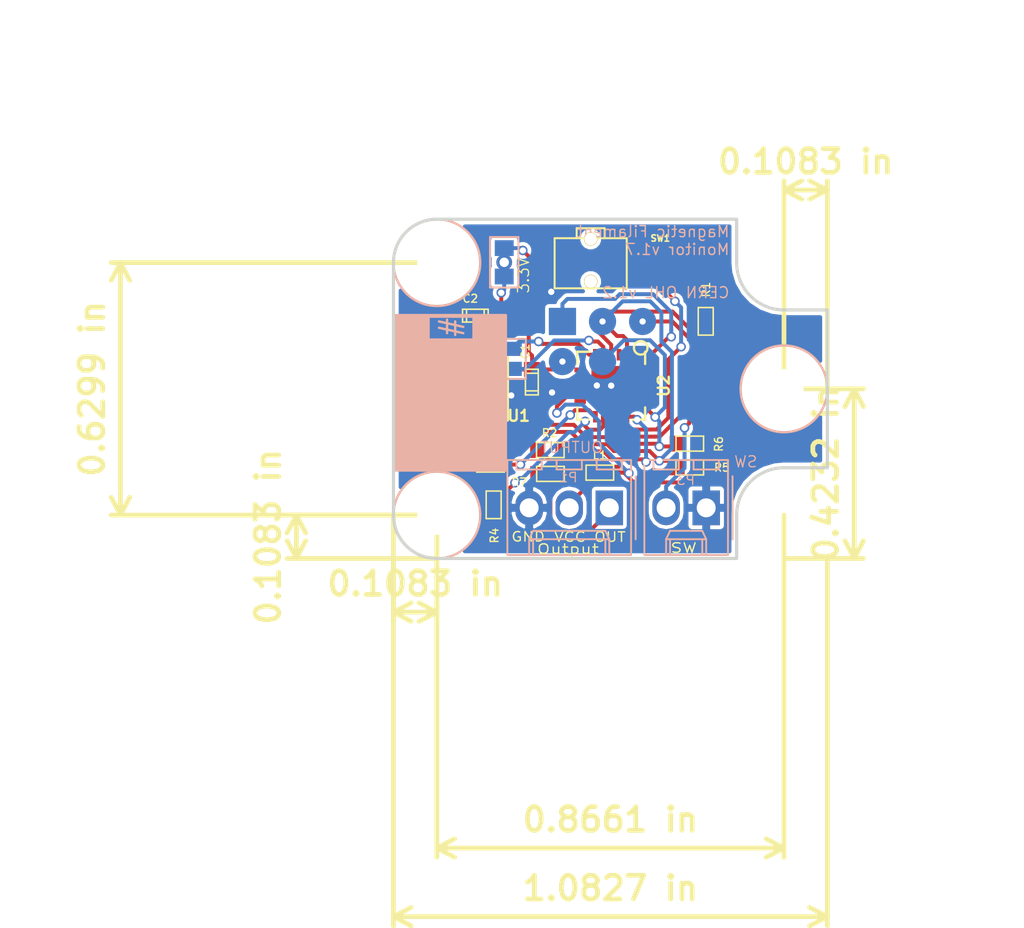
<source format=kicad_pcb>
(kicad_pcb (version 20171130) (host pcbnew "(5.1.4)-1")

  (general
    (thickness 1.6)
    (drawings 88)
    (tracks 287)
    (zones 0)
    (modules 22)
    (nets 23)
  )

  (page A4)
  (title_block
    (title "Filament Sensor")
    (date 2018-03-31)
    (rev 1.5)
    (company "Think3dPrint3d and Escher3d")
  )

  (layers
    (0 F.Cu signal hide)
    (31 B.Cu signal hide)
    (35 F.Paste user hide)
    (36 B.SilkS user)
    (37 F.SilkS user)
    (38 B.Mask user)
    (39 F.Mask user hide)
    (40 Dwgs.User user)
    (41 Cmts.User user hide)
    (44 Edge.Cuts user)
    (45 Margin user)
    (46 B.CrtYd user)
    (47 F.CrtYd user hide)
    (48 B.Fab user hide)
    (49 F.Fab user hide)
  )

  (setup
    (last_trace_width 0.25)
    (user_trace_width 0.3)
    (user_trace_width 0.4)
    (user_trace_width 0.5)
    (trace_clearance 0.2)
    (zone_clearance 0.23)
    (zone_45_only yes)
    (trace_min 0.2)
    (via_size 0.6)
    (via_drill 0.4)
    (via_min_size 0.4)
    (via_min_drill 0.3)
    (uvia_size 0.3)
    (uvia_drill 0.1)
    (uvias_allowed no)
    (uvia_min_size 0.2)
    (uvia_min_drill 0.1)
    (edge_width 0.2)
    (segment_width 0.2)
    (pcb_text_width 0.3)
    (pcb_text_size 1.5 1.5)
    (mod_edge_width 0.15)
    (mod_text_size 1 1)
    (mod_text_width 0.15)
    (pad_size 1.7272 1.7272)
    (pad_drill 0)
    (pad_to_mask_clearance 0.2)
    (aux_axis_origin 100 100)
    (grid_origin 100 100)
    (visible_elements 7FFFFF7F)
    (pcbplotparams
      (layerselection 0x010f8_ffffffff)
      (usegerberextensions true)
      (usegerberattributes false)
      (usegerberadvancedattributes false)
      (creategerberjobfile false)
      (excludeedgelayer true)
      (linewidth 0.100000)
      (plotframeref false)
      (viasonmask false)
      (mode 1)
      (useauxorigin true)
      (hpglpennumber 1)
      (hpglpenspeed 20)
      (hpglpendiameter 15.000000)
      (psnegative false)
      (psa4output false)
      (plotreference true)
      (plotvalue true)
      (plotinvisibletext false)
      (padsonsilk false)
      (subtractmaskfromsilk true)
      (outputformat 1)
      (mirror false)
      (drillshape 0)
      (scaleselection 1)
      (outputdirectory ""))
  )

  (net 0 "")
  (net 1 VCC)
  (net 2 GND)
  (net 3 "Net-(C2-Pad1)")
  (net 4 RST)
  (net 5 SDA/MOSI)
  (net 6 MISO)
  (net 7 SCL)
  (net 8 "Net-(L1-Pad2)")
  (net 9 OUT)
  (net 10 "Net-(D1-Pad1)")
  (net 11 "Net-(D1-Pad3)")
  (net 12 "Net-(R4-Pad1)")
  (net 13 "Net-(R2-Pad1)")
  (net 14 "Net-(R3-Pad1)")
  (net 15 "Net-(P3-Pad2)")
  (net 16 "Net-(SW1-Pad1)")
  (net 17 PA1)
  (net 18 PA0)
  (net 19 "Net-(U1-Pad8)")
  (net 20 "Net-(U1-Pad5)")
  (net 21 "Net-(U1-Pad3)")
  (net 22 "Net-(U2-Pad2)")

  (net_class Default "This is the default net class."
    (clearance 0.2)
    (trace_width 0.25)
    (via_dia 0.6)
    (via_drill 0.4)
    (uvia_dia 0.3)
    (uvia_drill 0.1)
    (add_net GND)
    (add_net MISO)
    (add_net "Net-(C2-Pad1)")
    (add_net "Net-(D1-Pad1)")
    (add_net "Net-(D1-Pad3)")
    (add_net "Net-(L1-Pad2)")
    (add_net "Net-(P3-Pad2)")
    (add_net "Net-(R2-Pad1)")
    (add_net "Net-(R3-Pad1)")
    (add_net "Net-(R4-Pad1)")
    (add_net "Net-(SW1-Pad1)")
    (add_net "Net-(U1-Pad3)")
    (add_net "Net-(U1-Pad5)")
    (add_net "Net-(U1-Pad8)")
    (add_net "Net-(U2-Pad2)")
    (add_net OUT)
    (add_net PA0)
    (add_net PA1)
    (add_net RST)
    (add_net SCL)
    (add_net SDA/MOSI)
    (add_net VCC)
  )

  (module complib:Fixing_M2.5_clearance_5.5 locked (layer B.Cu) (tedit 5C10EBEC) (tstamp 5BCCAA06)
    (at 98 92)
    (path /58A4C339)
    (fp_text reference M2 (at -0.21 3.06) (layer B.SilkS) hide
      (effects (font (size 1.524 1.524) (thickness 0.3048)) (justify mirror))
    )
    (fp_text value "MH 2.5mm" (at 0 -5.00126) (layer B.SilkS) hide
      (effects (font (size 1.524 1.524) (thickness 0.3048)) (justify mirror))
    )
    (fp_circle (center 0 0) (end 2.75 0) (layer Dwgs.User) (width 0.15))
    (fp_circle (center 0 0) (end 2.75 0) (layer B.SilkS) (width 0.15))
    (pad "" np_thru_hole circle (at 0 0) (size 2.5 2.5) (drill 2.5) (layers *.Cu *.Mask)
      (clearance 1.5))
  )

  (module complib:Fixing_M2.5_clearance_5.5 locked (layer B.Cu) (tedit 5C10EBEC) (tstamp 5BCCAA01)
    (at 120 100)
    (path /58A4C63C)
    (fp_text reference M4 (at -0.21 3.06) (layer B.SilkS) hide
      (effects (font (size 1.524 1.524) (thickness 0.3048)) (justify mirror))
    )
    (fp_text value "MH 2.5mm" (at 0 -5.00126) (layer B.SilkS) hide
      (effects (font (size 1.524 1.524) (thickness 0.3048)) (justify mirror))
    )
    (fp_circle (center 0 0) (end 2.75 0) (layer Dwgs.User) (width 0.15))
    (fp_circle (center 0 0) (end 2.75 0) (layer B.SilkS) (width 0.15))
    (pad "" np_thru_hole circle (at 0 0) (size 2.5 2.5) (drill 2.5) (layers *.Cu *.Mask)
      (clearance 1.5))
  )

  (module complib:Fixing_M2.5_clearance_5.5 locked (layer B.Cu) (tedit 5C10EBEC) (tstamp 5BCCA9FC)
    (at 98 108)
    (path /58A4C69C)
    (fp_text reference M5 (at -0.21 3.06) (layer B.SilkS) hide
      (effects (font (size 1.524 1.524) (thickness 0.3048)) (justify mirror))
    )
    (fp_text value "MH 2.5mm" (at 0 -5.00126) (layer B.SilkS) hide
      (effects (font (size 1.524 1.524) (thickness 0.3048)) (justify mirror))
    )
    (fp_circle (center 0 0) (end 2.75 0) (layer Dwgs.User) (width 0.15))
    (fp_circle (center 0 0) (end 2.75 0) (layer B.SilkS) (width 0.15))
    (pad "" np_thru_hole circle (at 0 0) (size 2.5 2.5) (drill 2.5) (layers *.Cu *.Mask)
      (clearance 1.5))
  )

  (module Package_DFN_QFN:QFN-20-1EP_4x4mm_P0.5mm_EP2.5x2.5mm (layer F.Cu) (tedit 5BCE42E0) (tstamp 5AC00A24)
    (at 109.05 99.8 270)
    (descr "20-Lead Plastic Quad Flat, No Lead Package (ML) - 4x4x0.9 mm Body [QFN]; (see Microchip Packaging Specification 00000049BS.pdf)")
    (tags "QFN 0.5")
    (path /58A41D42)
    (attr smd)
    (fp_text reference U2 (at 0 -3.33 270) (layer F.SilkS)
      (effects (font (size 0.7 0.7) (thickness 0.15)))
    )
    (fp_text value "ATtiny44A-MFR  /  ATtiny44A-MUR" (at 0 3.33 270) (layer F.Fab) hide
      (effects (font (size 1 1) (thickness 0.15)))
    )
    (fp_text user %R (at 0 0 270) (layer F.Fab)
      (effects (font (size 1 1) (thickness 0.15)))
    )
    (fp_line (start -1 -2) (end 2 -2) (layer F.Fab) (width 0.15))
    (fp_line (start 2 -2) (end 2 2) (layer F.Fab) (width 0.15))
    (fp_line (start 2 2) (end -2 2) (layer F.Fab) (width 0.15))
    (fp_line (start -2 2) (end -2 -1) (layer F.Fab) (width 0.15))
    (fp_line (start -2 -1) (end -1 -2) (layer F.Fab) (width 0.15))
    (fp_line (start -2.6 -2.6) (end -2.6 2.6) (layer F.CrtYd) (width 0.05))
    (fp_line (start 2.6 -2.6) (end 2.6 2.6) (layer F.CrtYd) (width 0.05))
    (fp_line (start -2.6 -2.6) (end 2.6 -2.6) (layer F.CrtYd) (width 0.05))
    (fp_line (start -2.6 2.6) (end 2.6 2.6) (layer F.CrtYd) (width 0.05))
    (fp_line (start 2.15 -2.15) (end 2.15 -1.375) (layer F.SilkS) (width 0.15))
    (fp_line (start -2.15 2.15) (end -2.15 1.375) (layer F.SilkS) (width 0.15))
    (fp_line (start 2.15 2.15) (end 2.15 1.375) (layer F.SilkS) (width 0.15))
    (fp_line (start -2.15 -2.15) (end -1.375 -2.15) (layer F.SilkS) (width 0.15))
    (fp_line (start -2.15 2.15) (end -1.375 2.15) (layer F.SilkS) (width 0.15))
    (fp_line (start 2.15 2.15) (end 1.375 2.15) (layer F.SilkS) (width 0.15))
    (fp_line (start 2.15 -2.15) (end 1.375 -2.15) (layer F.SilkS) (width 0.15))
    (fp_circle (center -2.4 -1.869884) (end -2.05 -1.619884) (layer F.SilkS) (width 0.15))
    (pad 1 smd rect (at -1.965 -1 270) (size 0.73 0.3) (layers F.Cu F.Paste F.Mask)
      (net 7 SCL))
    (pad 2 smd rect (at -1.965 -0.5 270) (size 0.73 0.3) (layers F.Cu F.Paste F.Mask)
      (net 22 "Net-(U2-Pad2)"))
    (pad 3 smd rect (at -1.965 0 270) (size 0.73 0.3) (layers F.Cu F.Paste F.Mask)
      (net 15 "Net-(P3-Pad2)"))
    (pad 4 smd rect (at -1.965 0.5 270) (size 0.73 0.3) (layers F.Cu F.Paste F.Mask)
      (net 17 PA1))
    (pad 5 smd rect (at -1.965 1 270) (size 0.73 0.3) (layers F.Cu F.Paste F.Mask)
      (net 18 PA0))
    (pad 6 smd rect (at -1 1.965) (size 0.73 0.3) (layers F.Cu F.Paste F.Mask))
    (pad 7 smd rect (at -0.5 1.965) (size 0.73 0.3) (layers F.Cu F.Paste F.Mask))
    (pad 8 smd rect (at 0 1.965) (size 0.73 0.3) (layers F.Cu F.Paste F.Mask)
      (net 2 GND))
    (pad 9 smd rect (at 0.5 1.965) (size 0.73 0.3) (layers F.Cu F.Paste F.Mask)
      (net 1 VCC))
    (pad 10 smd rect (at 1 1.965) (size 0.73 0.3) (layers F.Cu F.Paste F.Mask))
    (pad 11 smd rect (at 1.965 1 270) (size 0.73 0.3) (layers F.Cu F.Paste F.Mask)
      (net 14 "Net-(R3-Pad1)"))
    (pad 12 smd rect (at 1.965 0.5 270) (size 0.73 0.3) (layers F.Cu F.Paste F.Mask)
      (net 12 "Net-(R4-Pad1)"))
    (pad 13 smd rect (at 1.965 0 270) (size 0.73 0.3) (layers F.Cu F.Paste F.Mask)
      (net 4 RST))
    (pad 14 smd rect (at 1.965 -0.5 270) (size 0.73 0.3) (layers F.Cu F.Paste F.Mask)
      (net 16 "Net-(SW1-Pad1)"))
    (pad 15 smd rect (at 1.965 -1 270) (size 0.73 0.3) (layers F.Cu F.Paste F.Mask)
      (net 13 "Net-(R2-Pad1)"))
    (pad 16 smd rect (at 1 -1.965) (size 0.73 0.3) (layers F.Cu F.Paste F.Mask)
      (net 5 SDA/MOSI))
    (pad 17 smd rect (at 0.5 -1.965) (size 0.73 0.3) (layers F.Cu F.Paste F.Mask))
    (pad 18 smd rect (at 0 -1.965) (size 0.73 0.3) (layers F.Cu F.Paste F.Mask))
    (pad 19 smd rect (at -0.5 -1.965) (size 0.73 0.3) (layers F.Cu F.Paste F.Mask))
    (pad 20 smd rect (at -1 -1.965) (size 0.73 0.3) (layers F.Cu F.Paste F.Mask)
      (net 6 MISO))
    (pad 21 smd rect (at 0 0 270) (size 2.5 2.5) (layers F.Cu F.Mask)
      (net 2 GND))
    (pad "" smd rect (at -0.625 0.625 270) (size 1.05 1.05) (layers F.Paste))
    (pad "" smd rect (at 0.625 0.625 270) (size 1.05 1.05) (layers F.Paste))
    (pad "" smd rect (at -0.625 -0.625 270) (size 1.05 1.05) (layers F.Paste))
    (pad "" smd rect (at 0.625 -0.625 270) (size 1.05 1.05) (layers F.Paste))
    (model ${KISYS3DMOD}/Package_DFN_QFN.3dshapes/QFN-20-1EP_4x4mm_P0.5mm_EP2.5x2.5mm.wrl
      (at (xyz 0 0 0))
      (scale (xyz 1 1 1))
      (rotate (xyz 0 0 0))
    )
  )

  (module complib:SJ_Bridged (layer B.Cu) (tedit 5BCE41BF) (tstamp 5BCC8DC7)
    (at 102.27 91.98)
    (tags "Solder Jumper")
    (path /58A448F5)
    (attr virtual)
    (fp_text reference JP1 (at -1.7 0 -90) (layer B.SilkS) hide
      (effects (font (size 1.016 0.762) (thickness 0.127)) (justify mirror))
    )
    (fp_text value 3.3V (at 1.8 -0.1 -90) (layer B.SilkS) hide
      (effects (font (size 0.762 0.762) (thickness 0.127)) (justify mirror))
    )
    (fp_line (start -0.9 1.6) (end 0.9 1.6) (layer B.SilkS) (width 0.127))
    (fp_line (start 0.9 -1.6) (end -0.9 -1.6) (layer B.SilkS) (width 0.127))
    (fp_line (start 0.9 -1.6) (end 0.9 1.6) (layer B.SilkS) (width 0.127))
    (fp_line (start -0.9 1.6) (end -0.9 -1.6) (layer B.SilkS) (width 0.127))
    (pad 1 thru_hole circle (at 0 0) (size 1 1) (drill 0.6) (layers *.Cu *.Mask)
      (net 3 "Net-(C2-Pad1)") (solder_mask_margin 0.3) (clearance 0.3))
    (pad 2 smd rect (at 0 -0.9) (size 1.2 1) (layers B.Cu B.Mask)
      (net 1 VCC) (solder_mask_margin 0.0508))
    (pad 1 smd rect (at 0 0.9) (size 1.2 1) (layers B.Cu B.Mask)
      (net 3 "Net-(C2-Pad1)") (solder_mask_margin 0.0508))
  )

  (module Connector_Molex:Molex_KK-254_AE-6410-02A_1x02_P2.54mm_Vertical locked (layer B.Cu) (tedit 5B22EA94) (tstamp 5BCE6FBB)
    (at 115.07 107.54 180)
    (descr "Molex KK-254 Interconnect System, old/engineering part number: AE-6410-02A example for new part number: 22-27-2021, 2 Pins (http://www.molex.com/pdm_docs/sd/022272021_sd.pdf), generated with kicad-footprint-generator")
    (tags "connector Molex KK-254 side entry")
    (path /58DC5532)
    (fp_text reference P3 (at 1.3 1.76 180) (layer B.SilkS)
      (effects (font (size 0.6 0.6) (thickness 0.08)) (justify mirror))
    )
    (fp_text value SW (at -2.51 2.92 180) (layer B.SilkS)
      (effects (font (size 0.7 0.7) (thickness 0.08)) (justify mirror))
    )
    (fp_text user %R (at 1.27 2.22 180) (layer B.Fab)
      (effects (font (size 1 1) (thickness 0.15)) (justify mirror))
    )
    (fp_line (start 4.31 3.42) (end -1.77 3.42) (layer B.CrtYd) (width 0.05))
    (fp_line (start 4.31 -3.38) (end 4.31 3.42) (layer B.CrtYd) (width 0.05))
    (fp_line (start -1.77 -3.38) (end 4.31 -3.38) (layer B.CrtYd) (width 0.05))
    (fp_line (start -1.77 3.42) (end -1.77 -3.38) (layer B.CrtYd) (width 0.05))
    (fp_line (start 3.34 2.43) (end 3.34 3.03) (layer B.SilkS) (width 0.12))
    (fp_line (start 1.74 2.43) (end 3.34 2.43) (layer B.SilkS) (width 0.12))
    (fp_line (start 1.74 3.03) (end 1.74 2.43) (layer B.SilkS) (width 0.12))
    (fp_line (start 0.8 2.43) (end 0.8 3.03) (layer B.SilkS) (width 0.12))
    (fp_line (start -0.8 2.43) (end 0.8 2.43) (layer B.SilkS) (width 0.12))
    (fp_line (start -0.8 3.03) (end -0.8 2.43) (layer B.SilkS) (width 0.12))
    (fp_line (start 2.29 -2.99) (end 2.29 -1.99) (layer B.SilkS) (width 0.12))
    (fp_line (start 0.25 -2.99) (end 0.25 -1.99) (layer B.SilkS) (width 0.12))
    (fp_line (start 2.29 -1.46) (end 2.54 -1.99) (layer B.SilkS) (width 0.12))
    (fp_line (start 0.25 -1.46) (end 2.29 -1.46) (layer B.SilkS) (width 0.12))
    (fp_line (start 0 -1.99) (end 0.25 -1.46) (layer B.SilkS) (width 0.12))
    (fp_line (start 2.54 -1.99) (end 2.54 -2.99) (layer B.SilkS) (width 0.12))
    (fp_line (start 0 -1.99) (end 2.54 -1.99) (layer B.SilkS) (width 0.12))
    (fp_line (start 0 -2.99) (end 0 -1.99) (layer B.SilkS) (width 0.12))
    (fp_line (start -0.562893 0) (end -1.27 -0.5) (layer B.Fab) (width 0.1))
    (fp_line (start -1.27 0.5) (end -0.562893 0) (layer B.Fab) (width 0.1))
    (fp_line (start -1.67 2) (end -1.67 -2) (layer B.SilkS) (width 0.12))
    (fp_line (start 3.92 3.03) (end -1.38 3.03) (layer B.SilkS) (width 0.12))
    (fp_line (start 3.92 -2.99) (end 3.92 3.03) (layer B.SilkS) (width 0.12))
    (fp_line (start -1.38 -2.99) (end 3.92 -2.99) (layer B.SilkS) (width 0.12))
    (fp_line (start -1.38 3.03) (end -1.38 -2.99) (layer B.SilkS) (width 0.12))
    (fp_line (start 3.81 2.92) (end -1.27 2.92) (layer B.Fab) (width 0.1))
    (fp_line (start 3.81 -2.88) (end 3.81 2.92) (layer B.Fab) (width 0.1))
    (fp_line (start -1.27 -2.88) (end 3.81 -2.88) (layer B.Fab) (width 0.1))
    (fp_line (start -1.27 2.92) (end -1.27 -2.88) (layer B.Fab) (width 0.1))
    (pad 2 thru_hole oval (at 2.54 0 180) (size 1.74 2.2) (drill 1.2) (layers *.Cu *.Mask)
      (net 15 "Net-(P3-Pad2)"))
    (pad 1 thru_hole rect (at 0 0 180) (size 1.74 2.2) (drill 1.2) (layers *.Cu *.Mask)
      (net 2 GND))
    (model ${KISYS3DMOD}/Connector_Molex.3dshapes/Molex_KK-254_AE-6410-02A_1x02_P2.54mm_Vertical.wrl
      (at (xyz 0 0 0))
      (scale (xyz 1 1 1))
      (rotate (xyz 0 0 0))
    )
  )

  (module Connector_Molex:Molex_KK-254_AE-6410-03A_1x03_P2.54mm_Vertical locked (layer B.Cu) (tedit 5BCE4093) (tstamp 5BCE6F94)
    (at 108.93 107.54 180)
    (descr "Molex KK-254 Interconnect System, old/engineering part number: AE-6410-03A example for new part number: 22-27-2031, 3 Pins (http://www.molex.com/pdm_docs/sd/022272021_sd.pdf), generated with kicad-footprint-generator")
    (tags "connector Molex KK-254 side entry")
    (path /58DEDA56)
    (fp_text reference P1 (at 2.599999 1.9225 180) (layer B.SilkS)
      (effects (font (size 0.6 0.6) (thickness 0.08)) (justify mirror))
    )
    (fp_text value OUTPUT (at 2.39 3.83 180) (layer B.SilkS)
      (effects (font (size 0.7 0.7) (thickness 0.08)) (justify mirror))
    )
    (fp_text user %R (at 2.54 2.22 180) (layer B.Fab)
      (effects (font (size 1 1) (thickness 0.15)) (justify mirror))
    )
    (fp_line (start 6.85 3.42) (end -1.77 3.42) (layer B.CrtYd) (width 0.05))
    (fp_line (start 6.85 -3.38) (end 6.85 3.42) (layer B.CrtYd) (width 0.05))
    (fp_line (start -1.77 -3.38) (end 6.85 -3.38) (layer B.CrtYd) (width 0.05))
    (fp_line (start -1.77 3.42) (end -1.77 -3.38) (layer B.CrtYd) (width 0.05))
    (fp_line (start 5.88 2.43) (end 5.88 3.03) (layer B.SilkS) (width 0.12))
    (fp_line (start 4.28 2.43) (end 5.88 2.43) (layer B.SilkS) (width 0.12))
    (fp_line (start 4.28 3.03) (end 4.28 2.43) (layer B.SilkS) (width 0.12))
    (fp_line (start 3.34 2.43) (end 3.34 3.03) (layer B.SilkS) (width 0.12))
    (fp_line (start 1.74 2.43) (end 3.34 2.43) (layer B.SilkS) (width 0.12))
    (fp_line (start 1.74 3.03) (end 1.74 2.43) (layer B.SilkS) (width 0.12))
    (fp_line (start 0.8 2.43) (end 0.8 3.03) (layer B.SilkS) (width 0.12))
    (fp_line (start -0.8 2.43) (end 0.8 2.43) (layer B.SilkS) (width 0.12))
    (fp_line (start -0.8 3.03) (end -0.8 2.43) (layer B.SilkS) (width 0.12))
    (fp_line (start 4.83 -2.99) (end 4.83 -1.99) (layer B.SilkS) (width 0.12))
    (fp_line (start 0.25 -2.99) (end 0.25 -1.99) (layer B.SilkS) (width 0.12))
    (fp_line (start 4.83 -1.46) (end 5.08 -1.99) (layer B.SilkS) (width 0.12))
    (fp_line (start 0.25 -1.46) (end 4.83 -1.46) (layer B.SilkS) (width 0.12))
    (fp_line (start 0 -1.99) (end 0.25 -1.46) (layer B.SilkS) (width 0.12))
    (fp_line (start 5.08 -1.99) (end 5.08 -2.99) (layer B.SilkS) (width 0.12))
    (fp_line (start 0 -1.99) (end 5.08 -1.99) (layer B.SilkS) (width 0.12))
    (fp_line (start 0 -2.99) (end 0 -1.99) (layer B.SilkS) (width 0.12))
    (fp_line (start -0.562893 0) (end -1.27 -0.5) (layer B.Fab) (width 0.1))
    (fp_line (start -1.27 0.5) (end -0.562893 0) (layer B.Fab) (width 0.1))
    (fp_line (start -1.67 2) (end -1.67 -2) (layer B.SilkS) (width 0.12))
    (fp_line (start 6.46 3.03) (end -1.38 3.03) (layer B.SilkS) (width 0.12))
    (fp_line (start 6.46 -2.99) (end 6.46 3.03) (layer B.SilkS) (width 0.12))
    (fp_line (start -1.38 -2.99) (end 6.46 -2.99) (layer B.SilkS) (width 0.12))
    (fp_line (start -1.38 3.03) (end -1.38 -2.99) (layer B.SilkS) (width 0.12))
    (fp_line (start 6.35 2.92) (end -1.27 2.92) (layer B.Fab) (width 0.1))
    (fp_line (start 6.35 -2.88) (end 6.35 2.92) (layer B.Fab) (width 0.1))
    (fp_line (start -1.27 -2.88) (end 6.35 -2.88) (layer B.Fab) (width 0.1))
    (fp_line (start -1.27 2.92) (end -1.27 -2.88) (layer B.Fab) (width 0.1))
    (pad 3 thru_hole oval (at 5.08 0 180) (size 1.74 2.2) (drill 1.2) (layers *.Cu *.Mask)
      (net 2 GND))
    (pad 2 thru_hole oval (at 2.54 0 180) (size 1.74 2.2) (drill 1.2) (layers *.Cu *.Mask)
      (net 8 "Net-(L1-Pad2)"))
    (pad 1 thru_hole rect (at 0 0 180) (size 1.74 2.2) (drill 1.2) (layers *.Cu *.Mask)
      (net 9 OUT))
    (model ${KISYS3DMOD}/Connector_Molex.3dshapes/Molex_KK-254_AE-6410-03A_1x03_P2.54mm_Vertical.wrl
      (at (xyz 0 0 0))
      (scale (xyz 1 1 1))
      (rotate (xyz 0 0 0))
    )
    (model ${KISYS3DMOD}/Connector_Molex.3dshapes/Molex_KK-254_AE-6410-03A_1x03_P2.54mm_Vertical.step
      (at (xyz 0 0 0))
      (scale (xyz 1 1 1))
      (rotate (xyz 0 0 0))
    )
  )

  (module complib:2x2_SMD_LED_1.6x1.25mm (layer F.Cu) (tedit 5BCCC29F) (tstamp 5BCD2B92)
    (at 96.4 99.9 180)
    (path /58A42AC4)
    (attr smd)
    (fp_text reference D1 (at 0 -1.9 180) (layer F.SilkS)
      (effects (font (size 0.7 0.7) (thickness 0.1)))
    )
    (fp_text value Led_2x2 (at 0.5 3.7 180) (layer F.SilkS) hide
      (effects (font (size 0.7 0.7) (thickness 0.1)))
    )
    (fp_line (start 0 0.15) (end 0 0.3) (layer F.SilkS) (width 0.15))
    (fp_line (start -0.75 0.1) (end 0.75 0.1) (layer F.SilkS) (width 0.15))
    (fp_line (start -0.625 -0.8) (end -0.625 0.8) (layer F.Fab) (width 0.1))
    (fp_line (start 0.625 -0.8) (end -0.625 -0.8) (layer F.Fab) (width 0.1))
    (fp_line (start 0.625 0.8) (end 0.625 -0.8) (layer F.Fab) (width 0.1))
    (fp_line (start -0.625 0.8) (end 0.625 0.8) (layer F.Fab) (width 0.1))
    (fp_line (start 0.8 1.35) (end 0.8 -1.3) (layer F.SilkS) (width 0.1))
    (fp_line (start -0.8 1.35) (end 0.8 1.35) (layer F.SilkS) (width 0.1))
    (fp_line (start -0.8 -1.3) (end -0.8 1.35) (layer F.SilkS) (width 0.1))
    (fp_text user K (at 0.65 1.84 180) (layer F.SilkS)
      (effects (font (size 0.7 0.7) (thickness 0.1)))
    )
    (pad 4 smd rect (at 0.43 0.825 180) (size 0.5 0.85) (layers F.Cu F.Paste F.Mask)
      (net 2 GND))
    (pad 3 smd rect (at 0.43 -0.825 180) (size 0.5 0.85) (layers F.Cu F.Paste F.Mask)
      (net 11 "Net-(D1-Pad3)"))
    (pad 2 smd rect (at -0.43 0.825 180) (size 0.5 0.85) (layers F.Cu F.Paste F.Mask)
      (net 2 GND))
    (pad 1 smd rect (at -0.43 -0.825 180) (size 0.5 0.85) (layers F.Cu F.Paste F.Mask)
      (net 10 "Net-(D1-Pad1)"))
    (model ${KISYS3DMOD}/LED_SMT.3dshapes/2x2_LED_1.6x1.25.step
      (at (xyz 0 0 0))
      (scale (xyz 1 1 1))
      (rotate (xyz 0 0 0))
    )
  )

  (module complib:R_0603 (layer F.Cu) (tedit 57780C77) (tstamp 5BCC770C)
    (at 105.2 105.39)
    (path /5BCCC35E)
    (attr smd)
    (fp_text reference R7 (at -1.98 0.53) (layer F.SilkS)
      (effects (font (size 0.5 0.5) (thickness 0.09)))
    )
    (fp_text value 100K (at 0 0.24892) (layer F.SilkS) hide
      (effects (font (size 0.20066 0.20066) (thickness 0.0508)))
    )
    (fp_line (start -0.87376 -0.47498) (end 0.87376 -0.47498) (layer F.SilkS) (width 0.1))
    (fp_line (start 0.87376 -0.47498) (end 0.87376 0.47498) (layer F.SilkS) (width 0.1))
    (fp_line (start 0.87376 0.47498) (end -0.87376 0.47498) (layer F.SilkS) (width 0.1))
    (fp_line (start -0.87376 0.47498) (end -0.87376 -0.47498) (layer F.SilkS) (width 0.1))
    (pad 1 smd rect (at -0.8001 0) (size 0.94996 1.00076) (layers F.Cu F.Paste F.Mask)
      (net 2 GND))
    (pad 2 smd rect (at 0.8001 0) (size 0.94996 1.00076) (layers F.Cu F.Paste F.Mask)
      (net 9 OUT))
    (model ${KISYS3DMOD}/Resistor_SMD.3dshapes/R_0603_1608Metric.wrl
      (at (xyz 0 0 0))
      (scale (xyz 1 1 1))
      (rotate (xyz 0 0 0))
    )
  )

  (module complib:Test_Point_2x3 (layer B.Cu) (tedit 5AD37137) (tstamp 5AC9C8B1)
    (at 108.5 97 270)
    (descr "Through hole pin header")
    (tags "pin header")
    (path /58A49DF9)
    (attr virtual)
    (fp_text reference P2 (at 0.03 0 270) (layer B.SilkS) hide
      (effects (font (size 1 1) (thickness 0.15)) (justify mirror))
    )
    (fp_text value "Prog - DNP" (at 2.935 -5.145) (layer B.SilkS) hide
      (effects (font (size 0.6 0.6) (thickness 0.09)) (justify mirror))
    )
    (fp_line (start 2.55 3.8) (end 2.55 -3.8) (layer B.Fab) (width 0.15))
    (fp_line (start -2.54 3.81) (end -2.54 -3.81) (layer B.Fab) (width 0.15))
    (fp_line (start -3.02 4.29) (end -3.02 -4.31) (layer B.CrtYd) (width 0.05))
    (fp_line (start 3.03 4.29) (end 3.03 -4.31) (layer B.CrtYd) (width 0.05))
    (fp_line (start -3.02 4.29) (end 3.03 4.29) (layer B.CrtYd) (width 0.05))
    (fp_line (start -3.02 -4.31) (end 3.03 -4.31) (layer B.CrtYd) (width 0.05))
    (fp_line (start -2.54 -3.81) (end 2.54 -3.81) (layer B.Fab) (width 0.15))
    (fp_line (start 2.54 3.81) (end -2.54 3.81) (layer B.Fab) (width 0.15))
    (pad 1 smd rect (at -1.27 2.54 270) (size 1.7272 1.7272) (layers B.Cu B.Mask)
      (net 6 MISO))
    (pad 2 smd oval (at 1.27 2.54 270) (size 1.7272 1.7272) (layers B.Cu B.Mask)
      (net 1 VCC))
    (pad 3 smd oval (at -1.27 0 270) (size 1.7272 1.7272) (layers B.Cu B.Mask)
      (net 7 SCL))
    (pad 4 smd oval (at 1.27 0 270) (size 1.7272 1.7272) (layers B.Cu B.Mask)
      (net 5 SDA/MOSI))
    (pad 5 smd oval (at -1.27 -2.54 270) (size 1.7272 1.7272) (layers B.Cu B.Mask)
      (net 4 RST))
    (pad 6 smd oval (at 1.27 -2.54 270) (size 1.7272 1.7272) (layers B.Cu B.Mask)
      (net 2 GND) (zone_connect 2))
    (model Pin_Headers.3dshapes/Pin_Header_Straight_2x03.wrl
      (offset (xyz 1.269999980926514 -2.539999961853027 0))
      (scale (xyz 1 1 1))
      (rotate (xyz 0 0 90))
    )
  )

  (module complib:R_0603 (layer F.Cu) (tedit 5ABF8C0E) (tstamp 58A477EE)
    (at 105.19 103.88 180)
    (path /58A434ED)
    (attr smd)
    (fp_text reference R2 (at 0.05 1.08) (layer F.SilkS)
      (effects (font (size 0.5 0.5) (thickness 0.09)))
    )
    (fp_text value 330R (at 0 0.24892 180) (layer F.SilkS) hide
      (effects (font (size 0.20066 0.20066) (thickness 0.0508)))
    )
    (fp_line (start -0.87376 -0.47498) (end 0.87376 -0.47498) (layer F.SilkS) (width 0.1))
    (fp_line (start 0.87376 -0.47498) (end 0.87376 0.47498) (layer F.SilkS) (width 0.1))
    (fp_line (start 0.87376 0.47498) (end -0.87376 0.47498) (layer F.SilkS) (width 0.1))
    (fp_line (start -0.87376 0.47498) (end -0.87376 -0.47498) (layer F.SilkS) (width 0.1))
    (pad 1 smd rect (at -0.8001 0 180) (size 0.94996 1.00076) (layers F.Cu F.Paste F.Mask)
      (net 13 "Net-(R2-Pad1)"))
    (pad 2 smd rect (at 0.8001 0 180) (size 0.94996 1.00076) (layers F.Cu F.Paste F.Mask)
      (net 9 OUT))
    (model ${KISYS3DMOD}/Resistor_SMD.3dshapes/R_0603_1608Metric.wrl
      (at (xyz 0 0 0))
      (scale (xyz 1 1 1))
      (rotate (xyz 0 0 0))
    )
  )

  (module complib:C_0603 (layer F.Cu) (tedit 5ABFAE77) (tstamp 58A47745)
    (at 104.02 99.57 90)
    (descr "SMT capacitor, 0603")
    (path /58A4419B)
    (attr smd)
    (fp_text reference C1 (at 1.94 -0.41 90) (layer F.SilkS)
      (effects (font (size 0.5 0.5) (thickness 0.09)))
    )
    (fp_text value 100n (at 0 0 90) (layer F.SilkS) hide
      (effects (font (size 0.20066 0.20066) (thickness 0.04064)))
    )
    (fp_line (start 0.5588 0.4064) (end 0.5588 -0.4064) (layer F.SilkS) (width 0.1))
    (fp_line (start -0.5588 -0.381) (end -0.5588 0.4064) (layer F.SilkS) (width 0.1))
    (fp_line (start -0.8128 -0.4064) (end 0.8128 -0.4064) (layer F.SilkS) (width 0.1))
    (fp_line (start 0.8128 -0.4064) (end 0.8128 0.4064) (layer F.SilkS) (width 0.1))
    (fp_line (start 0.8128 0.4064) (end -0.8128 0.4064) (layer F.SilkS) (width 0.1))
    (fp_line (start -0.8128 0.4064) (end -0.8128 -0.4064) (layer F.SilkS) (width 0.1))
    (pad 1 smd rect (at 0.8001 0 90) (size 0.94996 1.00076) (layers F.Cu F.Paste F.Mask)
      (net 1 VCC))
    (pad 2 smd rect (at -0.8001 0 90) (size 0.94996 1.00076) (layers F.Cu F.Paste F.Mask)
      (net 2 GND))
    (model ${KISYS3DMOD}/Capacitor_SMD.3dshapes/C_0603_1608Metric.wrl
      (at (xyz 0 0 0))
      (scale (xyz 1 1 1))
      (rotate (xyz 0 0 0))
    )
  )

  (module complib:C_0603 (layer F.Cu) (tedit 5ABF8C68) (tstamp 58A47751)
    (at 100.44 95.36)
    (descr "SMT capacitor, 0603")
    (path /58A444A6)
    (attr smd)
    (fp_text reference C2 (at -0.32 -1.08) (layer F.SilkS)
      (effects (font (size 0.5 0.5) (thickness 0.09)))
    )
    (fp_text value 1u (at 0 0) (layer F.SilkS) hide
      (effects (font (size 0.20066 0.20066) (thickness 0.04064)))
    )
    (fp_line (start 0.5588 0.4064) (end 0.5588 -0.4064) (layer F.SilkS) (width 0.1))
    (fp_line (start -0.5588 -0.381) (end -0.5588 0.4064) (layer F.SilkS) (width 0.1))
    (fp_line (start -0.8128 -0.4064) (end 0.8128 -0.4064) (layer F.SilkS) (width 0.1))
    (fp_line (start 0.8128 -0.4064) (end 0.8128 0.4064) (layer F.SilkS) (width 0.1))
    (fp_line (start 0.8128 0.4064) (end -0.8128 0.4064) (layer F.SilkS) (width 0.1))
    (fp_line (start -0.8128 0.4064) (end -0.8128 -0.4064) (layer F.SilkS) (width 0.1))
    (pad 1 smd rect (at 0.8001 0) (size 0.94996 1.00076) (layers F.Cu F.Paste F.Mask)
      (net 3 "Net-(C2-Pad1)"))
    (pad 2 smd rect (at -0.8001 0) (size 0.94996 1.00076) (layers F.Cu F.Paste F.Mask)
      (net 2 GND))
    (model ${KISYS3DMOD}/Capacitor_SMD.3dshapes/C_0603_1608Metric.wrl
      (at (xyz 0 0 0))
      (scale (xyz 1 1 1))
      (rotate (xyz 0 0 0))
    )
  )

  (module complib:R_0603 (layer F.Cu) (tedit 5ABF8C07) (tstamp 58A477E4)
    (at 115.04 95.72 270)
    (path /58A4783B)
    (attr smd)
    (fp_text reference R1 (at -2.01 -0.02 270) (layer F.SilkS)
      (effects (font (size 0.5 0.5) (thickness 0.09)))
    )
    (fp_text value 4K7 (at 0 0.24892 270) (layer F.SilkS) hide
      (effects (font (size 0.20066 0.20066) (thickness 0.0508)))
    )
    (fp_line (start -0.87376 -0.47498) (end 0.87376 -0.47498) (layer F.SilkS) (width 0.1))
    (fp_line (start 0.87376 -0.47498) (end 0.87376 0.47498) (layer F.SilkS) (width 0.1))
    (fp_line (start 0.87376 0.47498) (end -0.87376 0.47498) (layer F.SilkS) (width 0.1))
    (fp_line (start -0.87376 0.47498) (end -0.87376 -0.47498) (layer F.SilkS) (width 0.1))
    (pad 1 smd rect (at -0.8001 0 270) (size 0.94996 1.00076) (layers F.Cu F.Paste F.Mask)
      (net 1 VCC))
    (pad 2 smd rect (at 0.8001 0 270) (size 0.94996 1.00076) (layers F.Cu F.Paste F.Mask)
      (net 15 "Net-(P3-Pad2)"))
    (model ${KISYS3DMOD}/Resistor_SMD.3dshapes/R_0603_1608Metric.wrl
      (at (xyz 0 0 0))
      (scale (xyz 1 1 1))
      (rotate (xyz 0 0 0))
    )
  )

  (module complib:R_0603 (layer F.Cu) (tedit 5ABF8C18) (tstamp 58A477F8)
    (at 101.4 104.8 180)
    (path /58A42C1D)
    (attr smd)
    (fp_text reference R3 (at 2.02 -0.02 180) (layer F.SilkS)
      (effects (font (size 0.5 0.5) (thickness 0.09)))
    )
    (fp_text value 470R (at 0 0.24892 180) (layer F.SilkS) hide
      (effects (font (size 0.20066 0.20066) (thickness 0.0508)))
    )
    (fp_line (start -0.87376 -0.47498) (end 0.87376 -0.47498) (layer F.SilkS) (width 0.1))
    (fp_line (start 0.87376 -0.47498) (end 0.87376 0.47498) (layer F.SilkS) (width 0.1))
    (fp_line (start 0.87376 0.47498) (end -0.87376 0.47498) (layer F.SilkS) (width 0.1))
    (fp_line (start -0.87376 0.47498) (end -0.87376 -0.47498) (layer F.SilkS) (width 0.1))
    (pad 1 smd rect (at -0.8001 0 180) (size 0.94996 1.00076) (layers F.Cu F.Paste F.Mask)
      (net 14 "Net-(R3-Pad1)"))
    (pad 2 smd rect (at 0.8001 0 180) (size 0.94996 1.00076) (layers F.Cu F.Paste F.Mask)
      (net 10 "Net-(D1-Pad1)"))
    (model ${KISYS3DMOD}/Resistor_SMD.3dshapes/R_0603_1608Metric.wrl
      (at (xyz 0 0 0))
      (scale (xyz 1 1 1))
      (rotate (xyz 0 0 0))
    )
  )

  (module complib:R_0603 (layer F.Cu) (tedit 5ABF8C13) (tstamp 58A47802)
    (at 101.6 107.35 90)
    (path /58A42E33)
    (attr smd)
    (fp_text reference R4 (at -1.95 0.05 90) (layer F.SilkS)
      (effects (font (size 0.5 0.5) (thickness 0.09)))
    )
    (fp_text value 470R (at 0 0.24892 90) (layer F.SilkS) hide
      (effects (font (size 0.20066 0.20066) (thickness 0.0508)))
    )
    (fp_line (start -0.87376 -0.47498) (end 0.87376 -0.47498) (layer F.SilkS) (width 0.1))
    (fp_line (start 0.87376 -0.47498) (end 0.87376 0.47498) (layer F.SilkS) (width 0.1))
    (fp_line (start 0.87376 0.47498) (end -0.87376 0.47498) (layer F.SilkS) (width 0.1))
    (fp_line (start -0.87376 0.47498) (end -0.87376 -0.47498) (layer F.SilkS) (width 0.1))
    (pad 1 smd rect (at -0.8001 0 90) (size 0.94996 1.00076) (layers F.Cu F.Paste F.Mask)
      (net 12 "Net-(R4-Pad1)"))
    (pad 2 smd rect (at 0.8001 0 90) (size 0.94996 1.00076) (layers F.Cu F.Paste F.Mask)
      (net 11 "Net-(D1-Pad3)"))
    (model ${KISYS3DMOD}/Resistor_SMD.3dshapes/R_0603_1608Metric.wrl
      (at (xyz 0 0 0))
      (scale (xyz 1 1 1))
      (rotate (xyz 0 0 0))
    )
  )

  (module complib:R_0603 (layer F.Cu) (tedit 5ABF9FEE) (tstamp 58A4780C)
    (at 114.03 104.98 180)
    (path /58A45924)
    (attr smd)
    (fp_text reference R5 (at -2.03 -0.01 180) (layer F.SilkS)
      (effects (font (size 0.5 0.5) (thickness 0.09)))
    )
    (fp_text value 4K7 (at 0 0.24892 180) (layer F.SilkS) hide
      (effects (font (size 0.20066 0.20066) (thickness 0.0508)))
    )
    (fp_line (start -0.87376 -0.47498) (end 0.87376 -0.47498) (layer F.SilkS) (width 0.1))
    (fp_line (start 0.87376 -0.47498) (end 0.87376 0.47498) (layer F.SilkS) (width 0.1))
    (fp_line (start 0.87376 0.47498) (end -0.87376 0.47498) (layer F.SilkS) (width 0.1))
    (fp_line (start -0.87376 0.47498) (end -0.87376 -0.47498) (layer F.SilkS) (width 0.1))
    (pad 1 smd rect (at -0.8001 0 180) (size 0.94996 1.00076) (layers F.Cu F.Paste F.Mask)
      (net 1 VCC))
    (pad 2 smd rect (at 0.8001 0 180) (size 0.94996 1.00076) (layers F.Cu F.Paste F.Mask)
      (net 7 SCL))
    (model ${KISYS3DMOD}/Resistor_SMD.3dshapes/R_0603_1608Metric.wrl
      (at (xyz 0 0 0))
      (scale (xyz 1 1 1))
      (rotate (xyz 0 0 0))
    )
  )

  (module complib:R_0603 (layer F.Cu) (tedit 5ABFA950) (tstamp 58A47816)
    (at 114.03 103.47 180)
    (path /58A459D3)
    (attr smd)
    (fp_text reference R6 (at -1.84 -0.03 -90) (layer F.SilkS)
      (effects (font (size 0.5 0.5) (thickness 0.09)))
    )
    (fp_text value 4K7 (at 0 0.24892 180) (layer F.SilkS) hide
      (effects (font (size 0.20066 0.20066) (thickness 0.0508)))
    )
    (fp_line (start -0.87376 -0.47498) (end 0.87376 -0.47498) (layer F.SilkS) (width 0.1))
    (fp_line (start 0.87376 -0.47498) (end 0.87376 0.47498) (layer F.SilkS) (width 0.1))
    (fp_line (start 0.87376 0.47498) (end -0.87376 0.47498) (layer F.SilkS) (width 0.1))
    (fp_line (start -0.87376 0.47498) (end -0.87376 -0.47498) (layer F.SilkS) (width 0.1))
    (pad 1 smd rect (at -0.8001 0 180) (size 0.94996 1.00076) (layers F.Cu F.Paste F.Mask)
      (net 1 VCC))
    (pad 2 smd rect (at 0.8001 0 180) (size 0.94996 1.00076) (layers F.Cu F.Paste F.Mask)
      (net 5 SDA/MOSI))
    (model ${KISYS3DMOD}/Resistor_SMD.3dshapes/R_0603_1608Metric.wrl
      (at (xyz 0 0 0))
      (scale (xyz 1 1 1))
      (rotate (xyz 0 0 0))
    )
  )

  (module complib:SOIC-8 locked (layer F.Cu) (tedit 5BCE422C) (tstamp 58A47827)
    (at 100 100 180)
    (path /58A425D4)
    (attr smd)
    (fp_text reference U1 (at -3.19 -1.71) (layer F.SilkS)
      (effects (font (size 0.7 0.7) (thickness 0.15)))
    )
    (fp_text value AS5601 (at -0.025 -4.775 180) (layer F.SilkS) hide
      (effects (font (size 1 1) (thickness 0.15)))
    )
    (fp_circle (center -1.95 1.375) (end -1.675 1.525) (layer F.SilkS) (width 0.15))
    (fp_line (start -2.5 -2) (end -2.5 2) (layer F.SilkS) (width 0.15))
    (fp_line (start -2.5 2) (end 2.5 2) (layer F.SilkS) (width 0.15))
    (fp_line (start 2.5 2) (end 2.5 -2) (layer F.SilkS) (width 0.15))
    (fp_line (start 2.5 -2) (end -2.5 -2) (layer F.SilkS) (width 0.15))
    (pad 8 smd rect (at -1.905 -2.8 180) (size 0.65 1.75) (layers F.Cu F.Paste F.Mask)
      (net 19 "Net-(U1-Pad8)"))
    (pad 7 smd rect (at -0.635 -2.8 180) (size 0.65 1.75) (layers F.Cu F.Paste F.Mask)
      (net 7 SCL))
    (pad 6 smd rect (at 0.635 -2.8 180) (size 0.65 1.75) (layers F.Cu F.Paste F.Mask)
      (net 5 SDA/MOSI))
    (pad 5 smd rect (at 1.905 -2.8 180) (size 0.65 1.75) (layers F.Cu F.Paste F.Mask)
      (net 20 "Net-(U1-Pad5)"))
    (pad 4 smd rect (at 1.905 2.8 180) (size 0.65 1.75) (layers F.Cu F.Paste F.Mask)
      (net 2 GND))
    (pad 3 smd rect (at 0.635 2.8 180) (size 0.65 1.75) (layers F.Cu F.Paste F.Mask)
      (net 21 "Net-(U1-Pad3)"))
    (pad 2 smd rect (at -0.635 2.8 180) (size 0.65 1.75) (layers F.Cu F.Paste F.Mask)
      (net 3 "Net-(C2-Pad1)"))
    (pad 1 smd rect (at -1.905 2.8 180) (size 0.65 1.75) (layers F.Cu F.Paste F.Mask)
      (net 1 VCC))
    (model ${KISYS3DMOD}/Package_SO.3dshapes/SOIC-8_3.9x4.9mm_P1.27mm.wrl
      (at (xyz 0 0 0))
      (scale (xyz 1 1 1))
      (rotate (xyz 0 0 90))
    )
  )

  (module complib:SW_SIDE_1_lugs (layer F.Cu) (tedit 5AE44897) (tstamp 58A4D80A)
    (at 107.75 91.85 180)
    (path /58A4716D)
    (attr smd)
    (fp_text reference SW1 (at -4.41 1.39 180) (layer F.SilkS)
      (effects (font (size 0.39878 0.39878) (thickness 0.09906)))
    )
    (fp_text value Push (at 2.665 2.195 180) (layer F.SilkS) hide
      (effects (font (size 0.7 0.7) (thickness 0.09)))
    )
    (fp_line (start 0.889 1.397) (end 0.889 2.032) (layer F.SilkS) (width 0.127))
    (fp_line (start 0.889 2.032) (end -0.889 2.032) (layer F.SilkS) (width 0.127))
    (fp_line (start -0.889 2.032) (end -0.889 1.397) (layer F.SilkS) (width 0.127))
    (fp_line (start -2.159 -1.778) (end 2.286 -1.778) (layer F.SilkS) (width 0.127))
    (fp_line (start 2.286 -1.778) (end 2.286 1.397) (layer F.SilkS) (width 0.127))
    (fp_line (start 2.286 1.397) (end -2.286 1.397) (layer F.SilkS) (width 0.127))
    (fp_line (start -2.286 1.397) (end -2.286 -1.778) (layer F.SilkS) (width 0.127))
    (fp_line (start -2.286 -1.778) (end -2.159 -1.778) (layer F.SilkS) (width 0.127))
    (pad 1 smd rect (at -2.5 0.85 180) (size 1.8 1.1) (layers F.Cu F.Paste F.Mask)
      (net 16 "Net-(SW1-Pad1)"))
    (pad 1 smd rect (at 2.5 0.85 180) (size 1.8 1.1) (layers F.Cu F.Paste F.Mask)
      (net 16 "Net-(SW1-Pad1)"))
    (pad 2 smd rect (at 2.5 -0.85 180) (size 1.8 1.1) (layers F.Cu F.Paste F.Mask)
      (net 2 GND))
    (pad 2 smd rect (at -2.5 -0.85 180) (size 1.8 1.1) (layers F.Cu F.Paste F.Mask)
      (net 2 GND))
    (pad "" np_thru_hole circle (at 0 -1.35 180) (size 0.85 0.85) (drill 0.762) (layers *.Cu *.Mask F.SilkS))
    (pad "" np_thru_hole circle (at 0 1.35 180) (size 0.85 0.85) (drill 0.762) (layers *.Cu *.Mask F.SilkS))
    (model ${KISYS3DMOD}/Button_Switch_SMD.3dshapes/C-K_Components_Switch_Tactile_KMS.step
      (at (xyz 0 0 0))
      (scale (xyz 1 1 1))
      (rotate (xyz 0 0 0))
    )
  )

  (module complib:SJ (layer B.Cu) (tedit 57754A1D) (tstamp 5AC9CA06)
    (at 102.75 98.1)
    (tags "Solder Jumper")
    (path /5AC9E521)
    (attr virtual)
    (fp_text reference P4 (at -0.02032 0.0254 270) (layer B.SilkS) hide
      (effects (font (size 1.016 0.762) (thickness 0.127)) (justify mirror))
    )
    (fp_text value M2 (at -0.01778 2.16916 270) (layer B.SilkS) hide
      (effects (font (size 0.762 0.762) (thickness 0.127)) (justify mirror))
    )
    (fp_line (start -0.889 1.27) (end -0.889 -1.27) (layer B.SilkS) (width 0.127))
    (fp_line (start 0.889 -1.27) (end 0.889 1.27) (layer B.SilkS) (width 0.127))
    (fp_line (start 0.889 -1.27) (end -0.889 -1.27) (layer B.SilkS) (width 0.127))
    (fp_line (start -0.889 1.27) (end 0.889 1.27) (layer B.SilkS) (width 0.127))
    (pad 1 smd rect (at 0 0.635) (size 1.27 0.9) (layers B.Cu B.Mask)
      (net 17 PA1) (solder_mask_margin 0.0508))
    (pad 2 smd rect (at 0 -0.635) (size 1.27 0.9) (layers B.Cu B.Mask)
      (net 18 PA0) (solder_mask_margin 0.0508))
  )

  (module complib:R_0603 (layer F.Cu) (tedit 57780C77) (tstamp 5AC9CC6E)
    (at 108.33 105.31 180)
    (path /58A481C2)
    (attr smd)
    (fp_text reference L1 (at 0.01 1.1 180) (layer F.SilkS)
      (effects (font (size 0.5 0.5) (thickness 0.09)))
    )
    (fp_text value "220R @100Mhz" (at 0 0.24892 180) (layer F.SilkS) hide
      (effects (font (size 0.20066 0.20066) (thickness 0.0508)))
    )
    (fp_line (start -0.87376 -0.47498) (end 0.87376 -0.47498) (layer F.SilkS) (width 0.1))
    (fp_line (start 0.87376 -0.47498) (end 0.87376 0.47498) (layer F.SilkS) (width 0.1))
    (fp_line (start 0.87376 0.47498) (end -0.87376 0.47498) (layer F.SilkS) (width 0.1))
    (fp_line (start -0.87376 0.47498) (end -0.87376 -0.47498) (layer F.SilkS) (width 0.1))
    (pad 1 smd rect (at -0.8001 0 180) (size 0.94996 1.00076) (layers F.Cu F.Paste F.Mask)
      (net 1 VCC))
    (pad 2 smd rect (at 0.8001 0 180) (size 0.94996 1.00076) (layers F.Cu F.Paste F.Mask)
      (net 8 "Net-(L1-Pad2)"))
    (model ${KISYS3DMOD}/Inductor_SMD.3dshapes/L_0603_1608Metric.wrl
      (at (xyz 0 0 0))
      (scale (xyz 1 1 1))
      (rotate (xyz 0 0 0))
    )
  )

  (dimension 16 (width 0.3) (layer F.SilkS)
    (gr_text "16.000 mm" (at 75.85 100 90) (layer F.SilkS)
      (effects (font (size 1.5 1.5) (thickness 0.3)))
    )
    (feature1 (pts (xy 98 92) (xy 77.363579 92)))
    (feature2 (pts (xy 98 108) (xy 77.363579 108)))
    (crossbar (pts (xy 77.95 108) (xy 77.95 92)))
    (arrow1a (pts (xy 77.95 92) (xy 78.536421 93.126504)))
    (arrow1b (pts (xy 77.95 92) (xy 77.363579 93.126504)))
    (arrow2a (pts (xy 77.95 108) (xy 78.536421 106.873496)))
    (arrow2b (pts (xy 77.95 108) (xy 77.363579 106.873496)))
  )
  (dimension 27.5 (width 0.3) (layer F.SilkS)
    (gr_text "27.500 mm" (at 109 135.55) (layer F.SilkS)
      (effects (font (size 1.5 1.5) (thickness 0.3)))
    )
    (feature1 (pts (xy 122.75 110.75) (xy 122.75 134.036421)))
    (feature2 (pts (xy 95.25 110.75) (xy 95.25 134.036421)))
    (crossbar (pts (xy 95.25 133.45) (xy 122.75 133.45)))
    (arrow1a (pts (xy 122.75 133.45) (xy 121.623496 134.036421)))
    (arrow1b (pts (xy 122.75 133.45) (xy 121.623496 132.863579)))
    (arrow2a (pts (xy 95.25 133.45) (xy 96.376504 134.036421)))
    (arrow2b (pts (xy 95.25 133.45) (xy 96.376504 132.863579)))
  )
  (dimension 22 (width 0.3) (layer F.SilkS)
    (gr_text "22.000 mm" (at 109 131.2) (layer F.SilkS)
      (effects (font (size 1.5 1.5) (thickness 0.3)))
    )
    (feature1 (pts (xy 120 108) (xy 120 129.686421)))
    (feature2 (pts (xy 98 108) (xy 98 129.686421)))
    (crossbar (pts (xy 98 129.1) (xy 120 129.1)))
    (arrow1a (pts (xy 120 129.1) (xy 118.873496 129.686421)))
    (arrow1b (pts (xy 120 129.1) (xy 118.873496 128.513579)))
    (arrow2a (pts (xy 98 129.1) (xy 99.126504 129.686421)))
    (arrow2b (pts (xy 98 129.1) (xy 99.126504 128.513579)))
  )
  (dimension 10.75 (width 0.3) (layer F.SilkS)
    (gr_text "10.750 mm" (at 126.55 105.375 270) (layer F.SilkS)
      (effects (font (size 1.5 1.5) (thickness 0.3)))
    )
    (feature1 (pts (xy 120 110.75) (xy 125.036421 110.75)))
    (feature2 (pts (xy 120 100) (xy 125.036421 100)))
    (crossbar (pts (xy 124.45 100) (xy 124.45 110.75)))
    (arrow1a (pts (xy 124.45 110.75) (xy 123.863579 109.623496)))
    (arrow1b (pts (xy 124.45 110.75) (xy 125.036421 109.623496)))
    (arrow2a (pts (xy 124.45 100) (xy 123.863579 101.126504)))
    (arrow2b (pts (xy 124.45 100) (xy 125.036421 101.126504)))
  )
  (dimension 2.75 (width 0.3) (layer F.SilkS)
    (gr_text "2.750 mm" (at 121.375 85.3) (layer F.SilkS)
      (effects (font (size 1.5 1.5) (thickness 0.3)))
    )
    (feature1 (pts (xy 122.75 100) (xy 122.75 86.813579)))
    (feature2 (pts (xy 120 100) (xy 120 86.813579)))
    (crossbar (pts (xy 120 87.4) (xy 122.75 87.4)))
    (arrow1a (pts (xy 122.75 87.4) (xy 121.623496 87.986421)))
    (arrow1b (pts (xy 122.75 87.4) (xy 121.623496 86.813579)))
    (arrow2a (pts (xy 120 87.4) (xy 121.126504 87.986421)))
    (arrow2b (pts (xy 120 87.4) (xy 121.126504 86.813579)))
  )
  (dimension 2.75 (width 0.3) (layer F.SilkS)
    (gr_text "2.750 mm" (at 87 109.375 270) (layer F.SilkS)
      (effects (font (size 1.5 1.5) (thickness 0.3)))
    )
    (feature1 (pts (xy 98 110.75) (xy 88.513579 110.75)))
    (feature2 (pts (xy 98 108) (xy 88.513579 108)))
    (crossbar (pts (xy 89.1 108) (xy 89.1 110.75)))
    (arrow1a (pts (xy 89.1 110.75) (xy 88.513579 109.623496)))
    (arrow1b (pts (xy 89.1 110.75) (xy 89.686421 109.623496)))
    (arrow2a (pts (xy 89.1 108) (xy 88.513579 109.126504)))
    (arrow2b (pts (xy 89.1 108) (xy 89.686421 109.126504)))
  )
  (dimension 2.75 (width 0.3) (layer F.SilkS)
    (gr_text "2.750 mm" (at 96.625 116.25) (layer F.SilkS)
      (effects (font (size 1.5 1.5) (thickness 0.3)))
    )
    (feature1 (pts (xy 95.25 108) (xy 95.25 114.736421)))
    (feature2 (pts (xy 98 108) (xy 98 114.736421)))
    (crossbar (pts (xy 98 114.15) (xy 95.25 114.15)))
    (arrow1a (pts (xy 95.25 114.15) (xy 96.376504 113.563579)))
    (arrow1b (pts (xy 95.25 114.15) (xy 96.376504 114.736421)))
    (arrow2a (pts (xy 98 114.15) (xy 96.873496 113.563579)))
    (arrow2b (pts (xy 98 114.15) (xy 96.873496 114.736421)))
  )
  (gr_text "CERN OHL v1.2" (at 116.6 93.9) (layer B.SilkS) (tstamp 5C5C38B8)
    (effects (font (size 0.7 0.7) (thickness 0.09)) (justify left mirror))
  )
  (dimension 12.5 (width 0.3) (layer Dwgs.User)
    (gr_text "12.500 mm" (at 101.5 76.46) (layer Dwgs.User)
      (effects (font (size 1.5 1.5) (thickness 0.3)))
    )
    (feature1 (pts (xy 95.25 91.85) (xy 95.25 77.973579)))
    (feature2 (pts (xy 107.75 91.85) (xy 107.75 77.973579)))
    (crossbar (pts (xy 107.75 78.56) (xy 95.25 78.56)))
    (arrow1a (pts (xy 95.25 78.56) (xy 96.376504 77.973579)))
    (arrow1b (pts (xy 95.25 78.56) (xy 96.376504 79.146421)))
    (arrow2a (pts (xy 107.75 78.56) (xy 106.623496 77.973579)))
    (arrow2b (pts (xy 107.75 78.56) (xy 106.623496 79.146421)))
  )
  (gr_line (start 95.174 99.238) (end 85.522 96.698) (angle 90) (layer Dwgs.User) (width 0.2) (tstamp 5C0012B8))
  (gr_text LED (at 83.236 96.698) (layer Dwgs.User) (tstamp 5C0012B4)
    (effects (font (size 1.5 1.5) (thickness 0.3)))
  )
  (gr_line (start 99.8 89.91) (end 101.3 88.25) (angle 90) (layer Dwgs.User) (width 0.2) (tstamp 5BCE985C))
  (gr_text "d = 5.5 mm " (at 106.85 82.5 45) (layer Dwgs.User) (tstamp 5BCE984D)
    (effects (font (size 1.5 1.5) (thickness 0.3)))
  )
  (dimension 4.75 (width 0.3) (layer Dwgs.User)
    (gr_text "4.750 mm" (at 97.625 122.7) (layer Dwgs.User)
      (effects (font (size 1.5 1.5) (thickness 0.3)))
    )
    (feature1 (pts (xy 95.25 100) (xy 95.25 121.186421)))
    (feature2 (pts (xy 100 100) (xy 100 121.186421)))
    (crossbar (pts (xy 100 120.6) (xy 95.25 120.6)))
    (arrow1a (pts (xy 95.25 120.6) (xy 96.376504 120.013579)))
    (arrow1b (pts (xy 95.25 120.6) (xy 96.376504 121.186421)))
    (arrow2a (pts (xy 100 120.6) (xy 98.873496 120.013579)))
    (arrow2b (pts (xy 100 120.6) (xy 98.873496 121.186421)))
  )
  (dimension 17 (width 0.3) (layer Dwgs.User)
    (gr_text "17.000 mm" (at 108.5 114.7) (layer Dwgs.User)
      (effects (font (size 1.5 1.5) (thickness 0.3)))
    )
    (feature1 (pts (xy 117 110.75) (xy 117 113.186421)))
    (feature2 (pts (xy 100 110.75) (xy 100 113.186421)))
    (crossbar (pts (xy 100 112.6) (xy 117 112.6)))
    (arrow1a (pts (xy 117 112.6) (xy 115.873496 113.186421)))
    (arrow1b (pts (xy 117 112.6) (xy 115.873496 112.013579)))
    (arrow2a (pts (xy 100 112.6) (xy 101.126504 113.186421)))
    (arrow2b (pts (xy 100 112.6) (xy 101.126504 112.013579)))
  )
  (dimension 22.75 (width 0.3) (layer Dwgs.User)
    (gr_text "22.750 mm" (at 111.375 122.75) (layer Dwgs.User)
      (effects (font (size 1.5 1.5) (thickness 0.3)))
    )
    (feature1 (pts (xy 122.75 100) (xy 122.75 121.236421)))
    (feature2 (pts (xy 100 100) (xy 100 121.236421)))
    (crossbar (pts (xy 100 120.65) (xy 122.75 120.65)))
    (arrow1a (pts (xy 122.75 120.65) (xy 121.623496 121.236421)))
    (arrow1b (pts (xy 122.75 120.65) (xy 121.623496 120.063579)))
    (arrow2a (pts (xy 100 120.65) (xy 101.126504 121.236421)))
    (arrow2b (pts (xy 100 120.65) (xy 101.126504 120.063579)))
  )
  (dimension 20 (width 0.3) (layer Dwgs.User)
    (gr_text "20.000 mm" (at 110 118.85) (layer Dwgs.User)
      (effects (font (size 1.5 1.5) (thickness 0.3)))
    )
    (feature1 (pts (xy 120 100) (xy 120 117.336421)))
    (feature2 (pts (xy 100 100) (xy 100 117.336421)))
    (crossbar (pts (xy 100 116.75) (xy 120 116.75)))
    (arrow1a (pts (xy 120 116.75) (xy 118.873496 117.336421)))
    (arrow1b (pts (xy 120 116.75) (xy 118.873496 116.163579)))
    (arrow2a (pts (xy 100 116.75) (xy 101.126504 117.336421)))
    (arrow2b (pts (xy 100 116.75) (xy 101.126504 116.163579)))
  )
  (dimension 21.5 (width 0.3) (layer Dwgs.User)
    (gr_text "21.500 mm" (at 133.3 100 90) (layer Dwgs.User)
      (effects (font (size 1.5 1.5) (thickness 0.3)))
    )
    (feature1 (pts (xy 117 89.25) (xy 131.786421 89.25)))
    (feature2 (pts (xy 117 110.75) (xy 131.786421 110.75)))
    (crossbar (pts (xy 131.2 110.75) (xy 131.2 89.25)))
    (arrow1a (pts (xy 131.2 89.25) (xy 131.786421 90.376504)))
    (arrow1b (pts (xy 131.2 89.25) (xy 130.613579 90.376504)))
    (arrow2a (pts (xy 131.2 110.75) (xy 131.786421 109.623496)))
    (arrow2b (pts (xy 131.2 110.75) (xy 130.613579 109.623496)))
  )
  (dimension 10 (width 0.3) (layer Dwgs.User)
    (gr_text "10.000 mm" (at 129 100 270) (layer Dwgs.User)
      (effects (font (size 1.5 1.5) (thickness 0.3)))
    )
    (feature1 (pts (xy 122.75 105) (xy 127.486421 105)))
    (feature2 (pts (xy 122.75 95) (xy 127.486421 95)))
    (crossbar (pts (xy 126.9 95) (xy 126.9 105)))
    (arrow1a (pts (xy 126.9 105) (xy 126.313579 103.873496)))
    (arrow1b (pts (xy 126.9 105) (xy 127.486421 103.873496)))
    (arrow2a (pts (xy 126.9 95) (xy 126.313579 96.126504)))
    (arrow2b (pts (xy 126.9 95) (xy 127.486421 96.126504)))
  )
  (dimension 10.75 (width 0.3) (layer Dwgs.User)
    (gr_text "10.750 mm" (at 90.9 105.375 270) (layer Dwgs.User)
      (effects (font (size 1.5 1.5) (thickness 0.3)))
    )
    (feature1 (pts (xy 100 110.75) (xy 92.413579 110.75)))
    (feature2 (pts (xy 100 100) (xy 92.413579 100)))
    (crossbar (pts (xy 93 100) (xy 93 110.75)))
    (arrow1a (pts (xy 93 110.75) (xy 92.413579 109.623496)))
    (arrow1b (pts (xy 93 110.75) (xy 93.586421 109.623496)))
    (arrow2a (pts (xy 93 100) (xy 92.413579 101.126504)))
    (arrow2b (pts (xy 93 100) (xy 93.586421 101.126504)))
  )
  (gr_text duet3d.com (at 116.59 99.61 90) (layer F.Mask) (tstamp 5BCE94A1)
    (effects (font (size 0.8 0.8) (thickness 0.1)))
  )
  (gr_text SW (at 113.64 110.08) (layer F.SilkS) (tstamp 5BCE8D33)
    (effects (font (size 0.6 0.8) (thickness 0.09)))
  )
  (gr_text "Magnetic Filament\nMonitor v1.7" (at 116.6 90.6) (layer B.SilkS)
    (effects (font (size 0.7 0.7) (thickness 0.09)) (justify left mirror))
  )
  (gr_arc (start 120 92) (end 117 92) (angle -90) (layer Edge.Cuts) (width 0.2))
  (gr_arc (start 102.45 91.45) (end 102.45 89.25) (angle -90) (layer Cmts.User) (width 0.2))
  (gr_line (start 120 102.25) (end 120.55 102.25) (layer Cmts.User) (width 0.2))
  (gr_line (start 117 110.75) (end 98 110.75) (layer Edge.Cuts) (width 0.2))
  (gr_line (start 98 89.25) (end 117 89.25) (layer Edge.Cuts) (width 0.2))
  (gr_arc (start 102.45 91.45) (end 102.45 89.25) (angle -90) (layer Cmts.User) (width 0.2))
  (gr_arc (start 120 100) (end 120 97.75) (angle -180) (layer Cmts.User) (width 0.2))
  (gr_circle (center 98 92) (end 99.25 92) (layer Cmts.User) (width 0.2))
  (gr_line (start 98 94.25) (end 97.45 94.25) (layer Cmts.User) (width 0.2))
  (gr_arc (start 120.55 95.55) (end 120.55 97.75) (angle -90) (layer Cmts.User) (width 0.2))
  (gr_arc (start 98 92) (end 98 94.25) (angle -90) (layer Cmts.User) (width 0.2))
  (gr_line (start 122.75 105) (end 120 105) (layer Edge.Cuts) (width 0.2))
  (gr_arc (start 120.55 104.45) (end 122.75 104.45) (angle -90) (layer Cmts.User) (width 0.2))
  (gr_line (start 120.55 97.75) (end 120 97.75) (layer Cmts.User) (width 0.2))
  (gr_line (start 120 95) (end 122.75 95) (layer Edge.Cuts) (width 0.2))
  (gr_arc (start 120 108) (end 120 105) (angle -90) (layer Edge.Cuts) (width 0.2))
  (gr_line (start 117 108) (end 117 110.75) (layer Edge.Cuts) (width 0.2))
  (gr_circle (center 98 108) (end 99.25 108) (layer Cmts.User) (width 0.2))
  (gr_line (start 100.25 92) (end 100.25 91.45) (layer Cmts.User) (width 0.2))
  (gr_arc (start 98 92) (end 98 89.25) (angle -90) (layer Edge.Cuts) (width 0.2))
  (gr_line (start 117 89.25) (end 117 92) (layer Edge.Cuts) (width 0.2))
  (gr_arc (start 97.45 96.45) (end 97.45 94.25) (angle -90) (layer Cmts.User) (width 0.2))
  (gr_line (start 100.25 91.45) (end 100.25 92) (layer Cmts.User) (width 0.2))
  (gr_line (start 95.25 108) (end 95.25 92) (layer Edge.Cuts) (width 0.2))
  (gr_arc (start 98 92) (end 98 94.25) (angle -90) (layer Cmts.User) (width 0.2))
  (gr_line (start 97.45 94.25) (end 98 94.25) (layer Cmts.User) (width 0.2))
  (gr_arc (start 97.45 103.55) (end 95.25 103.55) (angle -90) (layer Cmts.User) (width 0.2))
  (gr_arc (start 97.45 96.45) (end 97.45 94.25) (angle -90) (layer Cmts.User) (width 0.2))
  (gr_circle (center 100 100) (end 100.05 100) (layer Cmts.User) (width 0.2))
  (gr_line (start 98 105.75) (end 97.45 105.75) (layer Cmts.User) (width 0.2))
  (gr_arc (start 98 108) (end 100.25 108) (angle -90) (layer Cmts.User) (width 0.2))
  (gr_line (start 100.25 108.55) (end 100.25 108) (layer Cmts.User) (width 0.2))
  (gr_arc (start 102.45 108.55) (end 100.25 108.55) (angle -90) (layer Cmts.User) (width 0.2))
  (gr_circle (center 98 92) (end 99.25 92) (layer Cmts.User) (width 0.2))
  (gr_circle (center 98 108) (end 99.25 108) (layer Cmts.User) (width 0.2))
  (gr_circle (center 120 100) (end 121.25 100) (layer Cmts.User) (width 0.2))
  (gr_arc (start 102.45 108.55) (end 100.25 108.55) (angle -90) (layer Cmts.User) (width 0.2))
  (gr_line (start 122.75 95) (end 122.75 105) (layer Edge.Cuts) (width 0.2))
  (gr_arc (start 120.55 95.55) (end 120.55 97.75) (angle -90) (layer Cmts.User) (width 0.2))
  (gr_line (start 100.25 108) (end 100.25 108.55) (layer Cmts.User) (width 0.2))
  (gr_line (start 120.55 102.25) (end 120 102.25) (layer Cmts.User) (width 0.2))
  (gr_arc (start 120.55 104.45) (end 122.75 104.45) (angle -90) (layer Cmts.User) (width 0.2))
  (gr_arc (start 120 100) (end 120 97.75) (angle -180) (layer Cmts.User) (width 0.2))
  (gr_circle (center 120 100) (end 121.25 100) (layer Cmts.User) (width 0.2))
  (gr_line (start 97.45 105.75) (end 98 105.75) (layer Cmts.User) (width 0.2))
  (gr_arc (start 98 108) (end 100.25 108) (angle -90) (layer Cmts.User) (width 0.2))
  (gr_arc (start 98 108) (end 95.25 108) (angle -90) (layer Edge.Cuts) (width 0.2))
  (gr_arc (start 97.45 103.55) (end 95.25 103.55) (angle -90) (layer Cmts.User) (width 0.2))
  (gr_line (start 120 97.75) (end 120.55 97.75) (layer Cmts.User) (width 0.2))
  (gr_line (start 96.95 91.61) (end 95.15 89.8) (angle 90) (layer Dwgs.User) (width 0.2) (tstamp 5AD3BC5D))
  (gr_line (start 96.95 91.62) (end 96.82 90.88) (angle 90) (layer Dwgs.User) (width 0.2) (tstamp 5AD3BC5C))
  (gr_line (start 96.93 91.63) (end 96.13 91.63) (angle 90) (layer Dwgs.User) (width 0.2) (tstamp 5AD3BC5B))
  (gr_text "d = 2.5 mm " (at 90.5 84.85 -45) (layer Dwgs.User) (tstamp 5AD3BC53)
    (effects (font (size 1.5 1.5) (thickness 0.3)))
  )
  (gr_text 3.3V (at 103.49 92.82 90) (layer F.SilkS)
    (effects (font (size 0.7 0.7) (thickness 0.08)))
  )
  (gr_text "#" (at 98.9 96.1 90) (layer B.SilkS)
    (effects (font (size 1.2 1.2) (thickness 0.15)))
  )
  (gr_text GND (at 102.66 109.37) (layer F.SilkS)
    (effects (font (size 0.6 0.7) (thickness 0.09)) (justify left))
  )
  (gr_text "VCC\n\n" (at 105.38 109.87) (layer F.SilkS)
    (effects (font (size 0.6 0.7) (thickness 0.09)) (justify left))
  )
  (gr_text "6mm dia\nMagnet" (at 88.062 91.364) (layer Dwgs.User)
    (effects (font (size 1.5 1.5) (thickness 0.3)))
  )
  (gr_line (start 97.32 98.48) (end 96.444 98.222) (angle 90) (layer Dwgs.User) (width 0.2))
  (gr_line (start 97.29 98.37) (end 97.206 97.46) (angle 90) (layer Dwgs.User) (width 0.2))
  (gr_line (start 97.23 98.4) (end 92.888 92.634) (angle 90) (layer Dwgs.User) (width 0.2))
  (gr_text www.duet3d.com (at 111.5 92.5) (layer B.Mask)
    (effects (font (size 0.8 0.8) (thickness 0.1)) (justify mirror))
  )
  (gr_text Output (at 106.31 110.15) (layer F.SilkS)
    (effects (font (size 0.6 0.8) (thickness 0.09)))
  )
  (gr_circle (center 99.97 99.98) (end 99.97 102.98) (layer Dwgs.User) (width 0.2))
  (gr_text "OUT\n\n" (at 107.91 109.87) (layer F.SilkS)
    (effects (font (size 0.6 0.7) (thickness 0.09)) (justify left))
  )

  (segment (start 104.035 97.89) (end 103.824999 97.679999) (width 0.25) (layer F.Cu) (net 1))
  (segment (start 104.035 98.44) (end 104.035 97.89) (width 0.25) (layer F.Cu) (net 1))
  (segment (start 103.824999 97.679999) (end 103.824999 96.575001) (width 0.25) (layer F.Cu) (net 1))
  (segment (start 104.02 98.7699) (end 102.3099 98.7699) (width 0.25) (layer F.Cu) (net 1))
  (segment (start 101.905 98.365) (end 101.905 97.2) (width 0.25) (layer F.Cu) (net 1))
  (segment (start 102.3099 98.7699) (end 101.905 98.365) (width 0.25) (layer F.Cu) (net 1))
  (via (at 103.45 91.23) (size 0.6) (drill 0.4) (layers F.Cu B.Cu) (net 1))
  (segment (start 103.824999 96.575001) (end 103.824999 91.604999) (width 0.25) (layer F.Cu) (net 1))
  (segment (start 103.824999 91.604999) (end 103.45 91.23) (width 0.25) (layer F.Cu) (net 1))
  (segment (start 103.3 91.08) (end 102.27 91.08) (width 0.25) (layer B.Cu) (net 1))
  (segment (start 103.45 91.23) (end 103.3 91.08) (width 0.25) (layer B.Cu) (net 1))
  (segment (start 109.85508 105.31) (end 110.47508 105.93) (width 0.25) (layer F.Cu) (net 1))
  (segment (start 109.1301 105.31) (end 109.85508 105.31) (width 0.25) (layer F.Cu) (net 1))
  (segment (start 114.8301 105.0054) (end 114.8301 104.98) (width 0.25) (layer F.Cu) (net 1))
  (segment (start 113.9055 105.93) (end 114.8301 105.0054) (width 0.25) (layer F.Cu) (net 1))
  (segment (start 110.47508 105.93) (end 113.9055 105.93) (width 0.25) (layer F.Cu) (net 1))
  (segment (start 114.8301 104.98) (end 114.8301 103.47) (width 0.25) (layer F.Cu) (net 1))
  (via (at 110.17 105.35) (size 0.6) (drill 0.4) (layers F.Cu B.Cu) (net 1))
  (segment (start 109.85508 105.31) (end 110.13 105.31) (width 0.25) (layer F.Cu) (net 1))
  (segment (start 110.13 105.31) (end 110.17 105.35) (width 0.25) (layer F.Cu) (net 1))
  (segment (start 110.17 105.35) (end 108.28 103.46) (width 0.25) (layer B.Cu) (net 1))
  (segment (start 108.28 103.46) (end 108.28 102.05) (width 0.25) (layer B.Cu) (net 1))
  (segment (start 106.30048 100.3) (end 106.47 100.3) (width 0.25) (layer F.Cu) (net 1))
  (segment (start 104.77038 98.7699) (end 106.30048 100.3) (width 0.25) (layer F.Cu) (net 1))
  (segment (start 104.02 98.7699) (end 104.77038 98.7699) (width 0.25) (layer F.Cu) (net 1))
  (via (at 105.96 98.27) (size 0.6) (drill 0.4) (layers F.Cu B.Cu) (net 1))
  (segment (start 106.30048 100.3) (end 105.96 99.95952) (width 0.25) (layer F.Cu) (net 1))
  (via (at 105.61 101.53) (size 0.6) (drill 0.4) (layers F.Cu B.Cu) (net 1))
  (segment (start 106.14 101) (end 105.61 101.53) (width 0.25) (layer B.Cu) (net 1))
  (segment (start 107.23 101) (end 106.14 101) (width 0.25) (layer B.Cu) (net 1))
  (segment (start 108.28 102.05) (end 107.23 101) (width 0.25) (layer B.Cu) (net 1))
  (segment (start 105.4601 98.7699) (end 105.96 98.27) (width 0.25) (layer F.Cu) (net 1))
  (segment (start 104.02 98.7699) (end 105.4601 98.7699) (width 0.25) (layer F.Cu) (net 1))
  (segment (start 106.47 100.3) (end 107.085 100.3) (width 0.25) (layer F.Cu) (net 1))
  (segment (start 106.415736 100.3) (end 106.47 100.3) (width 0.25) (layer F.Cu) (net 1))
  (segment (start 105.61 101.105736) (end 106.415736 100.3) (width 0.25) (layer F.Cu) (net 1))
  (segment (start 105.61 101.53) (end 105.61 101.105736) (width 0.25) (layer F.Cu) (net 1))
  (segment (start 115.0654 94.9199) (end 115.04 94.9199) (width 0.25) (layer F.Cu) (net 1))
  (segment (start 116.01 95.8645) (end 115.0654 94.9199) (width 0.25) (layer F.Cu) (net 1))
  (segment (start 116.01 97.37) (end 116.01 95.8645) (width 0.25) (layer F.Cu) (net 1))
  (segment (start 114.8301 98.5499) (end 116.01 97.37) (width 0.25) (layer F.Cu) (net 1))
  (segment (start 114.8301 103.47) (end 114.8301 98.5499) (width 0.25) (layer F.Cu) (net 1))
  (segment (start 109.05 99.8) (end 108.15 99.8) (width 0.25) (layer B.Cu) (net 2))
  (via (at 109.05 99.8) (size 0.6) (drill 0.4) (layers F.Cu B.Cu) (net 2))
  (segment (start 108.15 99.8) (end 108.14 99.79) (width 0.25) (layer B.Cu) (net 2) (tstamp 5AE44853))
  (via (at 108.14 99.79) (size 0.6) (drill 0.4) (layers F.Cu B.Cu) (net 2) (status 800000))
  (segment (start 108.14 99.79) (end 108.15 99.8) (width 0.25) (layer F.Cu) (net 2) (tstamp 5AE44857) (status C00000))
  (segment (start 105.25 92.7) (end 105.25 93.85) (width 0.25) (layer F.Cu) (net 2))
  (via (at 105.25 93.85) (size 0.6) (drill 0.4) (layers F.Cu B.Cu) (net 2))
  (segment (start 108.65 92.25) (end 106.85 92.25) (width 0.25) (layer F.Cu) (net 2))
  (segment (start 106.85 92.25) (end 106.4 92.7) (width 0.25) (layer F.Cu) (net 2))
  (segment (start 106.4 92.7) (end 105.25 92.7) (width 0.25) (layer F.Cu) (net 2))
  (segment (start 110.25 92.7) (end 109.1 92.7) (width 0.25) (layer F.Cu) (net 2))
  (segment (start 109.1 92.7) (end 108.65 92.25) (width 0.25) (layer F.Cu) (net 2))
  (segment (start 109.05 99.8) (end 107.085 99.8) (width 0.25) (layer F.Cu) (net 2))
  (segment (start 98.095 98.845) (end 98.095 97.2) (width 0.5) (layer F.Cu) (net 2))
  (segment (start 95.97 99.075) (end 96.83 99.075) (width 0.25) (layer F.Cu) (net 2))
  (segment (start 97.56 98.845) (end 98.095 98.845) (width 0.25) (layer F.Cu) (net 2))
  (segment (start 97.33 99.075) (end 97.56 98.845) (width 0.25) (layer F.Cu) (net 2))
  (segment (start 96.83 99.075) (end 97.33 99.075) (width 0.25) (layer F.Cu) (net 2))
  (segment (start 98.91492 95.36) (end 99.6399 95.36) (width 0.25) (layer F.Cu) (net 2))
  (segment (start 98.81 95.36) (end 98.91492 95.36) (width 0.25) (layer F.Cu) (net 2))
  (segment (start 98.095 96.075) (end 98.81 95.36) (width 0.25) (layer F.Cu) (net 2))
  (segment (start 98.095 97.2) (end 98.095 96.075) (width 0.25) (layer F.Cu) (net 2))
  (segment (start 102.71275 100.43735) (end 102.71275 100.419782) (width 0.5) (layer F.Cu) (net 2))
  (via (at 102.71275 100.419782) (size 0.6) (drill 0.4) (layers F.Cu B.Cu) (net 2))
  (segment (start 102.72 100.427032) (end 102.71275 100.419782) (width 0.5) (layer B.Cu) (net 2))
  (segment (start 102.7 100.4501) (end 102.71275 100.43735) (width 0.5) (layer F.Cu) (net 2))
  (segment (start 101.137968 98.845) (end 102.412751 100.119783) (width 0.5) (layer F.Cu) (net 2))
  (segment (start 102.762432 100.3701) (end 102.71275 100.419782) (width 0.5) (layer F.Cu) (net 2))
  (segment (start 104.02 100.3701) (end 102.762432 100.3701) (width 0.5) (layer F.Cu) (net 2))
  (segment (start 98.095 98.845) (end 101.137968 98.845) (width 0.5) (layer F.Cu) (net 2))
  (segment (start 102.412751 100.119783) (end 102.71275 100.419782) (width 0.5) (layer F.Cu) (net 2))
  (segment (start 102.72 100.45) (end 102.72 100.427032) (width 0.5) (layer B.Cu) (net 2))
  (segment (start 103.85 105.9399) (end 104.3999 105.39) (width 0.25) (layer F.Cu) (net 2))
  (segment (start 103.85 107.54) (end 103.85 105.9399) (width 0.25) (layer F.Cu) (net 2))
  (via (at 105.3 100.23) (size 0.6) (drill 0.4) (layers F.Cu B.Cu) (net 2))
  (segment (start 104.02 100.3701) (end 105.1599 100.3701) (width 0.5) (layer F.Cu) (net 2))
  (segment (start 105.1599 100.3701) (end 105.3 100.23) (width 0.5) (layer F.Cu) (net 2))
  (segment (start 100.635 95.9651) (end 101.2401 95.36) (width 0.25) (layer F.Cu) (net 3))
  (segment (start 100.635 97.2) (end 100.635 95.9651) (width 0.25) (layer F.Cu) (net 3))
  (via (at 102.08 93.91) (size 0.6) (drill 0.4) (layers F.Cu B.Cu) (net 3))
  (segment (start 102.27 92.88) (end 102.27 93.72) (width 0.25) (layer B.Cu) (net 3))
  (segment (start 102.27 93.72) (end 102.08 93.91) (width 0.25) (layer B.Cu) (net 3))
  (segment (start 102.08 94.5201) (end 101.2401 95.36) (width 0.25) (layer F.Cu) (net 3))
  (segment (start 102.08 93.91) (end 102.08 94.5201) (width 0.25) (layer F.Cu) (net 3))
  (via (at 111.04 95.73) (size 0.6) (drill 0.4) (layers F.Cu B.Cu) (net 4))
  (segment (start 109.05 101.765) (end 109.05 102.49718) (width 0.25) (layer F.Cu) (net 4))
  (segment (start 109.05 102.49718) (end 109.582809 103.029989) (width 0.25) (layer F.Cu) (net 4))
  (segment (start 112.128591 103.024999) (end 113.548743 101.604847) (width 0.25) (layer F.Cu) (net 4))
  (segment (start 112.261314 95.73) (end 111.04 95.73) (width 0.25) (layer F.Cu) (net 4))
  (segment (start 109.582809 103.029989) (end 111.795008 103.02999) (width 0.25) (layer F.Cu) (net 4))
  (segment (start 113.548743 98.454846) (end 114.14 97.86359) (width 0.25) (layer F.Cu) (net 4))
  (segment (start 114.14 96.944996) (end 112.925004 95.73) (width 0.25) (layer F.Cu) (net 4))
  (segment (start 112.925004 95.73) (end 112.261314 95.73) (width 0.25) (layer F.Cu) (net 4))
  (segment (start 114.14 97.86359) (end 114.14 96.944996) (width 0.25) (layer F.Cu) (net 4))
  (segment (start 113.548743 101.604847) (end 113.548743 98.454846) (width 0.25) (layer F.Cu) (net 4))
  (segment (start 111.799999 103.024999) (end 112.128591 103.024999) (width 0.25) (layer F.Cu) (net 4))
  (segment (start 111.795008 103.02999) (end 111.799999 103.024999) (width 0.25) (layer F.Cu) (net 4))
  (segment (start 101.098601 101.149989) (end 102.676402 101.14999) (width 0.25) (layer F.Cu) (net 5))
  (via (at 112.1 103.65) (size 0.6) (drill 0.4) (layers F.Cu B.Cu) (net 5))
  (segment (start 99.365 102.25) (end 99.365 102.8) (width 0.25) (layer F.Cu) (net 5))
  (segment (start 100.46501 101.14999) (end 99.365 102.25) (width 0.25) (layer F.Cu) (net 5))
  (segment (start 102.676402 101.14999) (end 100.46501 101.14999) (width 0.25) (layer F.Cu) (net 5))
  (segment (start 106.67641 102.28) (end 107.456399 103.059989) (width 0.25) (layer F.Cu) (net 5))
  (segment (start 108.9764 103.059989) (end 109.39641 103.48) (width 0.25) (layer F.Cu) (net 5))
  (segment (start 109.39641 103.48) (end 111.93 103.48) (width 0.25) (layer F.Cu) (net 5))
  (segment (start 111.93 103.48) (end 112.1 103.65) (width 0.25) (layer F.Cu) (net 5))
  (segment (start 102.676402 101.14999) (end 103.806412 102.28) (width 0.25) (layer F.Cu) (net 5))
  (segment (start 107.456399 103.059989) (end 108.9764 103.059989) (width 0.25) (layer F.Cu) (net 5))
  (segment (start 103.806412 102.28) (end 106.67641 102.28) (width 0.25) (layer F.Cu) (net 5))
  (segment (start 112.1 102.051711) (end 111.833758 101.785469) (width 0.25) (layer B.Cu) (net 5))
  (via (at 111.833758 101.785469) (size 0.6) (drill 0.4) (layers F.Cu B.Cu) (net 5))
  (segment (start 112.1 103.65) (end 112.1 102.051711) (width 0.25) (layer B.Cu) (net 5))
  (segment (start 111.015 100.966711) (end 111.833758 101.785469) (width 0.25) (layer F.Cu) (net 5))
  (segment (start 111.015 100.8) (end 111.015 100.966711) (width 0.25) (layer F.Cu) (net 5))
  (segment (start 111.833758 101.785469) (end 112.45 101.169227) (width 0.25) (layer B.Cu) (net 5))
  (segment (start 112.45 101.169227) (end 112.45 97.856425) (width 0.25) (layer B.Cu) (net 5))
  (segment (start 112.45 97.856425) (end 111.512176 96.918601) (width 0.25) (layer B.Cu) (net 5))
  (segment (start 111.512176 96.918601) (end 109.851399 96.918601) (width 0.25) (layer B.Cu) (net 5))
  (segment (start 109.363599 97.406401) (end 108.5 98.27) (width 0.25) (layer B.Cu) (net 5))
  (segment (start 109.851399 96.918601) (end 109.363599 97.406401) (width 0.25) (layer B.Cu) (net 5))
  (segment (start 113.0499 103.65) (end 113.2299 103.47) (width 0.25) (layer F.Cu) (net 5))
  (segment (start 112.1 103.65) (end 113.0499 103.65) (width 0.25) (layer F.Cu) (net 5))
  (segment (start 111.015 98.8) (end 111.015 98.4) (width 0.25) (layer F.Cu) (net 6))
  (via (at 112.85499 96.7) (size 0.6) (drill 0.4) (layers F.Cu B.Cu) (net 6))
  (segment (start 112.85499 96.275736) (end 112.85499 96.7) (width 0.25) (layer B.Cu) (net 6))
  (segment (start 112.85499 95.149449) (end 112.85499 96.275736) (width 0.25) (layer B.Cu) (net 6))
  (segment (start 111.015 98.4) (end 112.715 96.7) (width 0.25) (layer F.Cu) (net 6))
  (segment (start 111.70553 93.999989) (end 112.85499 95.149449) (width 0.25) (layer B.Cu) (net 6))
  (segment (start 106.2764 94.3) (end 109.29359 94.3) (width 0.25) (layer B.Cu) (net 6))
  (segment (start 109.29359 94.3) (end 109.5936 93.999989) (width 0.25) (layer B.Cu) (net 6))
  (segment (start 105.96 94.6164) (end 106.2764 94.3) (width 0.25) (layer B.Cu) (net 6))
  (segment (start 105.96 95.73) (end 105.96 94.6164) (width 0.25) (layer B.Cu) (net 6))
  (segment (start 109.5936 93.999989) (end 111.70553 93.999989) (width 0.25) (layer B.Cu) (net 6))
  (segment (start 112.715 96.7) (end 112.85499 96.7) (width 0.25) (layer F.Cu) (net 6))
  (segment (start 109.42 96.65) (end 108.5 95.73) (width 0.25) (layer F.Cu) (net 7))
  (segment (start 109.8 96.65) (end 109.42 96.65) (width 0.25) (layer F.Cu) (net 7))
  (via (at 108.5 95.73) (size 0.6) (drill 0.4) (layers F.Cu B.Cu) (net 7))
  (segment (start 109.8 96.65) (end 110.05 96.9) (width 0.25) (layer F.Cu) (net 7))
  (segment (start 110.05 96.9) (end 110.05 97.835) (width 0.25) (layer F.Cu) (net 7))
  (segment (start 110.065 97.85) (end 110.05 97.835) (width 0.25) (layer F.Cu) (net 7))
  (via (at 112.1 104.56) (size 0.6) (drill 0.4) (layers F.Cu B.Cu) (net 7))
  (segment (start 112.8099 104.56) (end 113.2299 104.98) (width 0.25) (layer F.Cu) (net 7))
  (segment (start 112.1 104.56) (end 112.8099 104.56) (width 0.25) (layer F.Cu) (net 7))
  (segment (start 100.635 102.25) (end 100.635 102.8) (width 0.25) (layer F.Cu) (net 7))
  (segment (start 101.285001 101.599999) (end 100.635 102.25) (width 0.25) (layer F.Cu) (net 7))
  (segment (start 103.620001 102.73) (end 102.490001 101.599999) (width 0.25) (layer F.Cu) (net 7))
  (segment (start 112.1 104.56) (end 111.48 103.94) (width 0.25) (layer F.Cu) (net 7))
  (segment (start 111.48 103.94) (end 109.22 103.94) (width 0.25) (layer F.Cu) (net 7))
  (segment (start 109.22 103.94) (end 108.79 103.51) (width 0.25) (layer F.Cu) (net 7))
  (segment (start 108.79 103.51) (end 107.27 103.51) (width 0.25) (layer F.Cu) (net 7))
  (segment (start 107.27 103.51) (end 106.49 102.73) (width 0.25) (layer F.Cu) (net 7))
  (segment (start 102.490001 101.599999) (end 101.285001 101.599999) (width 0.25) (layer F.Cu) (net 7))
  (segment (start 106.49 102.73) (end 103.620001 102.73) (width 0.25) (layer F.Cu) (net 7))
  (segment (start 109.780001 94.45) (end 109.363599 94.866401) (width 0.25) (layer B.Cu) (net 7))
  (segment (start 111.51913 94.45) (end 109.780001 94.45) (width 0.25) (layer B.Cu) (net 7))
  (segment (start 112.1 104.56) (end 112.900011 103.759989) (width 0.25) (layer B.Cu) (net 7))
  (segment (start 112.229988 95.160858) (end 111.51913 94.45) (width 0.25) (layer B.Cu) (net 7))
  (segment (start 109.363599 94.866401) (end 108.5 95.73) (width 0.25) (layer B.Cu) (net 7))
  (segment (start 112.900011 97.670025) (end 112.229988 97.000002) (width 0.25) (layer B.Cu) (net 7))
  (segment (start 112.900011 103.759989) (end 112.900011 97.670025) (width 0.25) (layer B.Cu) (net 7))
  (segment (start 112.229988 97.000002) (end 112.229988 95.160858) (width 0.25) (layer B.Cu) (net 7))
  (segment (start 106.53 107.58) (end 106.53 107.196398) (width 0.25) (layer F.Cu) (net 8))
  (segment (start 107.5299 106.06038) (end 107.5299 105.31) (width 0.25) (layer F.Cu) (net 8))
  (segment (start 107.5299 106.1701) (end 107.5299 106.06038) (width 0.25) (layer F.Cu) (net 8))
  (segment (start 106.39 107.31) (end 107.5299 106.1701) (width 0.25) (layer F.Cu) (net 8))
  (segment (start 106.39 107.54) (end 106.39 107.31) (width 0.25) (layer F.Cu) (net 8))
  (segment (start 108.93 107.77) (end 108.93 107.54) (width 0.25) (layer F.Cu) (net 9))
  (segment (start 106.0001 105.39) (end 106.0001 105.4154) (width 0.25) (layer F.Cu) (net 9))
  (segment (start 106.0001 105.4154) (end 105.19499 106.22051) (width 0.25) (layer F.Cu) (net 9))
  (segment (start 105.19499 106.22051) (end 105.19499 108.40499) (width 0.25) (layer F.Cu) (net 9))
  (segment (start 105.19499 108.40499) (end 106.03 109.24) (width 0.25) (layer F.Cu) (net 9))
  (segment (start 106.03 109.24) (end 107.46 109.24) (width 0.25) (layer F.Cu) (net 9))
  (segment (start 107.46 109.24) (end 108.93 107.77) (width 0.25) (layer F.Cu) (net 9))
  (segment (start 104.4901 103.88) (end 106.0001 105.39) (width 0.25) (layer F.Cu) (net 9))
  (segment (start 104.3899 103.88) (end 104.4901 103.88) (width 0.25) (layer F.Cu) (net 9))
  (segment (start 100.5999 104.8) (end 99.87492 104.8) (width 0.25) (layer F.Cu) (net 10))
  (segment (start 99.87492 104.8) (end 99.51492 104.44) (width 0.25) (layer F.Cu) (net 10))
  (segment (start 99.51492 104.44) (end 97.01 104.44) (width 0.25) (layer F.Cu) (net 10))
  (segment (start 96.83 104.26) (end 96.83 100.725) (width 0.25) (layer F.Cu) (net 10))
  (segment (start 97.01 104.44) (end 96.83 104.26) (width 0.25) (layer F.Cu) (net 10))
  (segment (start 95.97 104.08) (end 95.97 101.4) (width 0.25) (layer F.Cu) (net 11))
  (segment (start 95.97 101.4) (end 95.97 100.725) (width 0.25) (layer F.Cu) (net 11))
  (segment (start 96.780011 104.890011) (end 95.97 104.08) (width 0.25) (layer F.Cu) (net 11))
  (segment (start 99.189731 104.890011) (end 96.780011 104.890011) (width 0.25) (layer F.Cu) (net 11))
  (segment (start 100.84962 106.5499) (end 99.189731 104.890011) (width 0.25) (layer F.Cu) (net 11))
  (segment (start 101.6 106.5499) (end 100.84962 106.5499) (width 0.25) (layer F.Cu) (net 11))
  (segment (start 107.399998 102.150002) (end 107.399998 102.062093) (width 0.25) (layer B.Cu) (net 12))
  (via (at 107.399998 102.062093) (size 0.6) (drill 0.4) (layers F.Cu B.Cu) (net 12))
  (segment (start 101.6 108.1501) (end 101.6254 108.1501) (width 0.25) (layer F.Cu) (net 12))
  (segment (start 101.6254 108.1501) (end 102.48 107.2955) (width 0.25) (layer F.Cu) (net 12))
  (via (at 102.95 105.95) (size 0.6) (drill 0.4) (layers F.Cu B.Cu) (net 12))
  (segment (start 102.48 107.2955) (end 102.48 106.42) (width 0.25) (layer F.Cu) (net 12))
  (segment (start 102.48 106.42) (end 102.95 105.95) (width 0.25) (layer F.Cu) (net 12))
  (segment (start 102.95 105.95) (end 103.249999 105.650001) (width 0.25) (layer B.Cu) (net 12))
  (segment (start 103.249999 105.650001) (end 103.439999 105.650001) (width 0.25) (layer B.Cu) (net 12))
  (segment (start 106.337909 102.752091) (end 106.71 102.752091) (width 0.25) (layer B.Cu) (net 12))
  (segment (start 103.439999 105.650001) (end 106.337909 102.752091) (width 0.25) (layer B.Cu) (net 12))
  (segment (start 106.71 102.752091) (end 107.399998 102.062093) (width 0.25) (layer B.Cu) (net 12))
  (segment (start 107.622809 102.589989) (end 108.340011 102.589989) (width 0.25) (layer F.Cu) (net 12))
  (segment (start 108.340011 102.589989) (end 108.55 102.38) (width 0.25) (layer F.Cu) (net 12))
  (segment (start 107.399998 102.367177) (end 107.622809 102.589989) (width 0.25) (layer F.Cu) (net 12))
  (segment (start 108.55 102.38) (end 108.55 101.765) (width 0.25) (layer F.Cu) (net 12))
  (segment (start 107.399998 102.062093) (end 107.399998 102.367177) (width 0.25) (layer F.Cu) (net 12))
  (segment (start 106.0001 103.89) (end 105.9901 103.88) (width 0.25) (layer F.Cu) (net 13))
  (segment (start 110.499137 101.765) (end 110.689105 101.954968) (width 0.25) (layer F.Cu) (net 13))
  (segment (start 110.65 101.85376) (end 110.689105 101.892865) (width 0.25) (layer B.Cu) (net 13))
  (segment (start 110.05 101.765) (end 110.499137 101.765) (width 0.25) (layer F.Cu) (net 13))
  (segment (start 110.689105 101.892865) (end 110.689105 101.954968) (width 0.25) (layer B.Cu) (net 13))
  (via (at 110.689105 101.954968) (size 0.6) (drill 0.4) (layers F.Cu B.Cu) (net 13))
  (segment (start 106.71508 103.88) (end 106.79508 103.96) (width 0.25) (layer F.Cu) (net 13))
  (segment (start 105.9901 103.88) (end 106.71508 103.88) (width 0.25) (layer F.Cu) (net 13))
  (segment (start 106.79508 103.96) (end 108.57 103.96) (width 0.25) (layer F.Cu) (net 13))
  (segment (start 109.08 104.47) (end 111.24 104.47) (width 0.25) (layer F.Cu) (net 13))
  (segment (start 108.57 103.96) (end 109.08 104.47) (width 0.25) (layer F.Cu) (net 13))
  (via (at 111.26 104.63) (size 0.6) (drill 0.4) (layers F.Cu B.Cu) (net 13))
  (segment (start 111.24 104.47) (end 111.24 104.61) (width 0.25) (layer F.Cu) (net 13))
  (segment (start 111.24 104.61) (end 111.26 104.63) (width 0.25) (layer F.Cu) (net 13))
  (segment (start 111.26 102.525863) (end 111.26 104.63) (width 0.25) (layer B.Cu) (net 13))
  (segment (start 110.689105 101.954968) (end 111.26 102.525863) (width 0.25) (layer B.Cu) (net 13))
  (via (at 103.3 104.8) (size 0.6) (drill 0.4) (layers F.Cu B.Cu) (net 14))
  (segment (start 103.3 104.8) (end 102.2001 104.8) (width 0.25) (layer F.Cu) (net 14))
  (segment (start 108.05 101.765) (end 107.639991 101.354991) (width 0.25) (layer F.Cu) (net 14))
  (segment (start 107.639991 101.354991) (end 106.757132 101.354991) (width 0.25) (layer F.Cu) (net 14))
  (segment (start 106.44501 101.65499) (end 106.457133 101.65499) (width 0.25) (layer B.Cu) (net 14))
  (segment (start 103.3 104.8) (end 106.44501 101.65499) (width 0.25) (layer B.Cu) (net 14))
  (segment (start 106.757132 101.354991) (end 106.457133 101.65499) (width 0.25) (layer F.Cu) (net 14))
  (via (at 106.457133 101.65499) (size 0.6) (drill 0.4) (layers F.Cu B.Cu) (net 14))
  (segment (start 113.698755 102.893883) (end 113.698755 102.469619) (width 0.25) (layer B.Cu) (net 15))
  (segment (start 112.53 106.19) (end 113.698755 105.021245) (width 0.25) (layer B.Cu) (net 15))
  (segment (start 112.53 107.54) (end 112.53 106.19) (width 0.25) (layer B.Cu) (net 15))
  (via (at 113.698755 102.469619) (size 0.6) (drill 0.4) (layers F.Cu B.Cu) (net 15))
  (segment (start 113.698755 105.021245) (end 113.698755 102.893883) (width 0.25) (layer B.Cu) (net 15))
  (segment (start 113.998754 102.16962) (end 113.698755 102.469619) (width 0.25) (layer F.Cu) (net 15))
  (segment (start 113.998754 102.16962) (end 113.998754 98.641246) (width 0.25) (layer F.Cu) (net 15))
  (segment (start 115.04 97.6) (end 115.04 96.5201) (width 0.25) (layer F.Cu) (net 15))
  (segment (start 113.998754 98.641246) (end 115.04 97.6) (width 0.25) (layer F.Cu) (net 15))
  (segment (start 114.8699 96.35) (end 115.04 96.5201) (width 0.25) (layer F.Cu) (net 15))
  (segment (start 114.181415 96.35) (end 114.8699 96.35) (width 0.25) (layer F.Cu) (net 15))
  (segment (start 109.05 97.205002) (end 107.874999 96.030001) (width 0.25) (layer F.Cu) (net 15))
  (segment (start 109.05 97.835) (end 109.05 97.205002) (width 0.25) (layer F.Cu) (net 15))
  (segment (start 107.874999 95.429999) (end 108.199999 95.104999) (width 0.25) (layer F.Cu) (net 15))
  (segment (start 107.874999 96.030001) (end 107.874999 95.429999) (width 0.25) (layer F.Cu) (net 15))
  (segment (start 108.199999 95.104999) (end 112.936414 95.104999) (width 0.25) (layer F.Cu) (net 15))
  (segment (start 112.936414 95.104999) (end 114.181415 96.35) (width 0.25) (layer F.Cu) (net 15))
  (segment (start 108.45 91.65) (end 107.05 91.65) (width 0.25) (layer F.Cu) (net 16))
  (segment (start 107.05 91.65) (end 106.4 91) (width 0.25) (layer F.Cu) (net 16))
  (segment (start 106.4 91) (end 105.25 91) (width 0.25) (layer F.Cu) (net 16))
  (segment (start 110.25 91) (end 109.1 91) (width 0.25) (layer F.Cu) (net 16))
  (segment (start 109.1 91) (end 108.45 91.65) (width 0.25) (layer F.Cu) (net 16))
  (segment (start 109.769209 102.579978) (end 111.608607 102.57998) (width 0.25) (layer F.Cu) (net 16))
  (segment (start 109.55 101.765) (end 109.55 102.360768) (width 0.25) (layer F.Cu) (net 16))
  (segment (start 109.55 102.360768) (end 109.769209 102.579978) (width 0.25) (layer F.Cu) (net 16))
  (segment (start 111.608607 102.57998) (end 111.613599 102.574988) (width 0.25) (layer F.Cu) (net 16))
  (segment (start 111.613599 102.574988) (end 111.928139 102.574988) (width 0.25) (layer F.Cu) (net 16))
  (segment (start 110.25 91) (end 110.6 91) (width 0.25) (layer F.Cu) (net 16))
  (segment (start 112.44 102.063127) (end 112.67 101.833127) (width 0.25) (layer F.Cu) (net 16))
  (segment (start 111.928139 102.574988) (end 112.44 102.063127) (width 0.25) (layer F.Cu) (net 16))
  (via (at 113.48 97.33) (size 0.6) (drill 0.4) (layers F.Cu B.Cu) (net 16))
  (segment (start 112.67 101.833127) (end 112.67 98.14) (width 0.25) (layer F.Cu) (net 16))
  (segment (start 112.67 98.14) (end 113.48 97.33) (width 0.25) (layer F.Cu) (net 16))
  (via (at 113.09 94.45) (size 0.6) (drill 0.4) (layers F.Cu B.Cu) (net 16))
  (segment (start 113.48 94.84) (end 113.09 94.45) (width 0.25) (layer B.Cu) (net 16))
  (segment (start 113.48 97.33) (end 113.48 94.84) (width 0.25) (layer B.Cu) (net 16))
  (segment (start 111.8 93.16) (end 111.8 92.2) (width 0.25) (layer F.Cu) (net 16))
  (segment (start 113.09 94.45) (end 111.8 93.16) (width 0.25) (layer F.Cu) (net 16))
  (segment (start 110.6 91) (end 111.8 92.2) (width 0.25) (layer F.Cu) (net 16))
  (segment (start 102.75 98.735) (end 103.635 98.735) (width 0.25) (layer B.Cu) (net 17))
  (segment (start 103.635 98.735) (end 105.436852 96.933148) (width 0.25) (layer B.Cu) (net 17))
  (segment (start 105.436852 96.933148) (end 107.207769 96.933148) (width 0.25) (layer B.Cu) (net 17))
  (segment (start 107.207769 96.933148) (end 107.632033 96.933148) (width 0.25) (layer B.Cu) (net 17))
  (segment (start 107.698885 97) (end 107.632033 96.933148) (width 0.25) (layer F.Cu) (net 17))
  (segment (start 108.208588 97) (end 107.698885 97) (width 0.25) (layer F.Cu) (net 17))
  (via (at 107.632033 96.933148) (size 0.6) (drill 0.4) (layers F.Cu B.Cu) (net 17))
  (segment (start 108.55 97.835) (end 108.55 97.341412) (width 0.25) (layer F.Cu) (net 17))
  (segment (start 108.55 97.341412) (end 108.208588 97) (width 0.25) (layer F.Cu) (net 17))
  (segment (start 104.45 97) (end 103.215 97) (width 0.25) (layer B.Cu) (net 18))
  (segment (start 103.215 97) (end 102.75 97.465) (width 0.25) (layer B.Cu) (net 18))
  (segment (start 104.6 97.15) (end 104.45 97) (width 0.25) (layer F.Cu) (net 18))
  (segment (start 104.75 97.15) (end 104.6 97.15) (width 0.25) (layer F.Cu) (net 18))
  (via (at 104.45 97) (size 0.6) (drill 0.4) (layers F.Cu B.Cu) (net 18))
  (segment (start 107.65 97.835) (end 106.965 97.15) (width 0.25) (layer F.Cu) (net 18))
  (segment (start 108.05 97.835) (end 107.65 97.835) (width 0.25) (layer F.Cu) (net 18))
  (segment (start 106.965 97.15) (end 104.75 97.15) (width 0.25) (layer F.Cu) (net 18))
  (segment (start 97.945 103.5) (end 97.945 102.8051) (width 0.25) (layer F.Cu) (net 20))
  (segment (start 97.945 103.5) (end 97.8499 103.5) (width 0.25) (layer F.Cu) (net 20))

  (zone (net 2) (net_name GND) (layer B.Cu) (tstamp 5C00185A) (hatch edge 0.508)
    (connect_pads (clearance 0.23))
    (min_thickness 0.254)
    (fill yes (arc_segments 16) (thermal_gap 0.254) (thermal_bridge_width 0.508))
    (polygon
      (pts
        (xy 95.22 110.74) (xy 95.22 110.69) (xy 95.220125 110.69)
      )
    )
  )
  (zone (net 2) (net_name GND) (layer B.Cu) (tstamp 5C001857) (hatch edge 0.508)
    (connect_pads (clearance 0.23))
    (min_thickness 0.254)
    (fill yes (arc_segments 16) (thermal_gap 0.254) (thermal_bridge_width 0.508))
    (polygon
      (pts
        (xy 123 89) (xy 123 111) (xy 95 111) (xy 95 89)
      )
    )
    (filled_polygon
      (pts
        (xy 116.543001 92.045009) (xy 116.54699 92.065063) (xy 116.592222 92.571879) (xy 116.596009 92.590085) (xy 116.597014 92.608647)
        (xy 116.610033 92.663724) (xy 116.81144 93.328716) (xy 116.821314 93.351425) (xy 116.828305 93.375178) (xy 116.853643 93.425775)
        (xy 116.853646 93.425783) (xy 116.853649 93.425786) (xy 117.202632 94.026606) (xy 117.217464 94.046432) (xy 117.229733 94.067943)
        (xy 117.266027 94.111349) (xy 117.266035 94.11136) (xy 117.26604 94.111364) (xy 117.74388 94.615784) (xy 117.762881 94.631671)
        (xy 117.779764 94.649776) (xy 117.825081 94.683678) (xy 118.406153 95.064646) (xy 118.428292 95.075733) (xy 118.448894 95.089472)
        (xy 118.500795 95.112039) (xy 119.153923 95.349113) (xy 119.178019 95.354809) (xy 119.201229 95.363441) (xy 119.256911 95.373459)
        (xy 119.256929 95.373463) (xy 119.256938 95.373463) (xy 119.928846 95.451799) (xy 119.954991 95.457) (xy 122.293 95.457)
        (xy 122.293 98.224307) (xy 121.62969 97.560997) (xy 120.572271 97.123) (xy 119.427729 97.123) (xy 118.37031 97.560997)
        (xy 117.560997 98.37031) (xy 117.123 99.427729) (xy 117.123 100.572271) (xy 117.560997 101.62969) (xy 118.37031 102.439003)
        (xy 119.427729 102.877) (xy 120.572271 102.877) (xy 121.62969 102.439003) (xy 122.293001 101.775692) (xy 122.293001 104.543)
        (xy 119.954991 104.543) (xy 119.934927 104.546991) (xy 119.428121 104.592222) (xy 119.409915 104.596009) (xy 119.391353 104.597014)
        (xy 119.336276 104.610034) (xy 118.671283 104.81144) (xy 118.648573 104.821315) (xy 118.624822 104.828305) (xy 118.574225 104.853643)
        (xy 118.574217 104.853646) (xy 118.574214 104.853649) (xy 117.973394 105.202632) (xy 117.953568 105.217464) (xy 117.932057 105.229733)
        (xy 117.888651 105.266027) (xy 117.88864 105.266035) (xy 117.888636 105.26604) (xy 117.384216 105.743881) (xy 117.368335 105.762875)
        (xy 117.350224 105.779763) (xy 117.316323 105.82508) (xy 116.935354 106.406153) (xy 116.924267 106.428293) (xy 116.910528 106.448894)
        (xy 116.887961 106.500794) (xy 116.650887 107.153923) (xy 116.645191 107.178016) (xy 116.636559 107.201228) (xy 116.62654 107.256914)
        (xy 116.626537 107.256929) (xy 116.626537 107.256937) (xy 116.5482 107.928849) (xy 116.543 107.954992) (xy 116.543001 110.293)
        (xy 99.775693 110.293) (xy 100.439003 109.62969) (xy 100.877 108.572271) (xy 100.877 107.864782) (xy 102.593145 107.864782)
        (xy 102.725089 108.338545) (xy 103.028291 108.725752) (xy 103.45659 108.967454) (xy 103.529875 108.979348) (xy 103.723 108.918751)
        (xy 103.723 107.667) (xy 103.977 107.667) (xy 103.977 108.918751) (xy 104.170125 108.979348) (xy 104.24341 108.967454)
        (xy 104.671709 108.725752) (xy 104.974911 108.338545) (xy 105.106855 107.864782) (xy 105.010958 107.667) (xy 103.977 107.667)
        (xy 103.723 107.667) (xy 102.689042 107.667) (xy 102.593145 107.864782) (xy 100.877 107.864782) (xy 100.877 107.427729)
        (xy 100.439003 106.37031) (xy 99.62969 105.560997) (xy 98.572271 105.123) (xy 97.427729 105.123) (xy 96.37031 105.560997)
        (xy 95.707 106.224307) (xy 95.707 97.015) (xy 101.751006 97.015) (xy 101.751006 97.915) (xy 101.778713 98.054294)
        (xy 101.809253 98.1) (xy 101.778713 98.145706) (xy 101.751006 98.285) (xy 101.751006 99.185) (xy 101.778713 99.324294)
        (xy 101.857617 99.442383) (xy 101.975706 99.521287) (xy 102.115 99.548994) (xy 103.385 99.548994) (xy 103.524294 99.521287)
        (xy 103.642383 99.442383) (xy 103.721287 99.324294) (xy 103.745107 99.20454) (xy 103.823067 99.189033) (xy 103.982502 99.082502)
        (xy 104.009392 99.042258) (xy 104.726465 98.325185) (xy 104.810221 98.746254) (xy 105.079997 99.150003) (xy 105.483746 99.419779)
        (xy 105.839786 99.4906) (xy 106.080214 99.4906) (xy 106.436254 99.419779) (xy 106.840003 99.150003) (xy 107.109779 98.746254)
        (xy 107.204512 98.27) (xy 107.109779 97.793746) (xy 106.856808 97.415148) (xy 107.184896 97.415148) (xy 107.259873 97.490125)
        (xy 107.489531 97.585253) (xy 107.350221 97.793746) (xy 107.255488 98.27) (xy 107.350221 98.746254) (xy 107.619997 99.150003)
        (xy 108.023746 99.419779) (xy 108.379786 99.4906) (xy 108.620214 99.4906) (xy 108.976254 99.419779) (xy 109.380003 99.150003)
        (xy 109.649779 98.746254) (xy 109.744512 98.27) (xy 109.651127 97.800524) (xy 109.737989 97.713662) (xy 109.737991 97.713659)
        (xy 110.05105 97.400601) (xy 111.312526 97.400601) (xy 111.968001 98.056077) (xy 111.968 100.969576) (xy 111.809107 101.128469)
        (xy 111.703073 101.128469) (xy 111.461598 101.228492) (xy 111.276781 101.413309) (xy 111.218144 101.55487) (xy 111.061265 101.397991)
        (xy 110.81979 101.297968) (xy 110.55842 101.297968) (xy 110.316945 101.397991) (xy 110.132128 101.582808) (xy 110.032105 101.824283)
        (xy 110.032105 102.085653) (xy 110.132128 102.327128) (xy 110.316945 102.511945) (xy 110.55842 102.611968) (xy 110.664454 102.611968)
        (xy 110.778 102.725514) (xy 110.778001 104.182862) (xy 110.703023 104.25784) (xy 110.603 104.499315) (xy 110.603 104.760685)
        (xy 110.668888 104.919751) (xy 110.54216 104.793023) (xy 110.300685 104.693) (xy 110.194651 104.693) (xy 108.762 103.26035)
        (xy 108.762 102.097463) (xy 108.771441 102.049999) (xy 108.762 102.002535) (xy 108.762 102.002532) (xy 108.734033 101.861933)
        (xy 108.627502 101.702498) (xy 108.58726 101.675609) (xy 107.604392 100.692742) (xy 107.577502 100.652498) (xy 107.418067 100.545967)
        (xy 107.277468 100.518) (xy 107.23 100.508558) (xy 107.182532 100.518) (xy 106.187463 100.518) (xy 106.139999 100.508559)
        (xy 106.092535 100.518) (xy 106.092532 100.518) (xy 105.951933 100.545967) (xy 105.792498 100.652498) (xy 105.765609 100.69274)
        (xy 105.585349 100.873) (xy 105.479315 100.873) (xy 105.23784 100.973023) (xy 105.053023 101.15784) (xy 104.953 101.399315)
        (xy 104.953 101.660685) (xy 105.053023 101.90216) (xy 105.23784 102.086977) (xy 105.303977 102.114372) (xy 103.27535 104.143)
        (xy 103.169315 104.143) (xy 102.92784 104.243023) (xy 102.743023 104.42784) (xy 102.643 104.669315) (xy 102.643 104.930685)
        (xy 102.743023 105.17216) (xy 102.863863 105.293) (xy 102.819315 105.293) (xy 102.57784 105.393023) (xy 102.393023 105.57784)
        (xy 102.293 105.819315) (xy 102.293 106.080685) (xy 102.393023 106.32216) (xy 102.57784 106.506977) (xy 102.819315 106.607)
        (xy 102.830374 106.607) (xy 102.725089 106.741455) (xy 102.593145 107.215218) (xy 102.689042 107.413) (xy 103.723 107.413)
        (xy 103.723 106.161249) (xy 103.977 106.161249) (xy 103.977 107.413) (xy 105.010958 107.413) (xy 105.106855 107.215218)
        (xy 105.099596 107.189153) (xy 105.163 107.189153) (xy 105.163 107.890846) (xy 105.234192 108.248751) (xy 105.505383 108.654617)
        (xy 105.911248 108.925808) (xy 106.39 109.021038) (xy 106.868751 108.925808) (xy 107.274617 108.654617) (xy 107.545808 108.248752)
        (xy 107.617 107.890847) (xy 107.617 107.189154) (xy 107.545808 106.831249) (xy 107.284384 106.44) (xy 107.696006 106.44)
        (xy 107.696006 108.64) (xy 107.723713 108.779294) (xy 107.802617 108.897383) (xy 107.920706 108.976287) (xy 108.06 109.003994)
        (xy 109.8 109.003994) (xy 109.939294 108.976287) (xy 110.057383 108.897383) (xy 110.136287 108.779294) (xy 110.163994 108.64)
        (xy 110.163994 106.44) (xy 110.136287 106.300706) (xy 110.057383 106.182617) (xy 109.939294 106.103713) (xy 109.8 106.076006)
        (xy 108.06 106.076006) (xy 107.920706 106.103713) (xy 107.802617 106.182617) (xy 107.723713 106.300706) (xy 107.696006 106.44)
        (xy 107.284384 106.44) (xy 107.274617 106.425383) (xy 106.868752 106.154192) (xy 106.39 106.058962) (xy 105.911249 106.154192)
        (xy 105.505384 106.425383) (xy 105.234192 106.831248) (xy 105.163 107.189153) (xy 105.099596 107.189153) (xy 104.974911 106.741455)
        (xy 104.671709 106.354248) (xy 104.24341 106.112546) (xy 104.170125 106.100652) (xy 103.977 106.161249) (xy 103.723 106.161249)
        (xy 103.59081 106.119772) (xy 103.594568 106.110697) (xy 103.628066 106.104034) (xy 103.787501 105.997503) (xy 103.814391 105.957259)
        (xy 106.53756 103.234091) (xy 106.662532 103.234091) (xy 106.71 103.243533) (xy 106.757468 103.234091) (xy 106.898067 103.206124)
        (xy 107.057502 103.099593) (xy 107.084392 103.059349) (xy 107.424649 102.719093) (xy 107.530683 102.719093) (xy 107.772158 102.61907)
        (xy 107.798001 102.593227) (xy 107.798 103.412532) (xy 107.788558 103.46) (xy 107.798 103.507467) (xy 107.825967 103.648066)
        (xy 107.932498 103.807502) (xy 107.972742 103.834392) (xy 109.513 105.374651) (xy 109.513 105.480685) (xy 109.613023 105.72216)
        (xy 109.79784 105.906977) (xy 110.039315 106.007) (xy 110.300685 106.007) (xy 110.54216 105.906977) (xy 110.726977 105.72216)
        (xy 110.827 105.480685) (xy 110.827 105.219315) (xy 110.761112 105.060249) (xy 110.88784 105.186977) (xy 111.129315 105.287)
        (xy 111.390685 105.287) (xy 111.63216 105.186977) (xy 111.715 105.104137) (xy 111.72784 105.116977) (xy 111.969315 105.217)
        (xy 112.230685 105.217) (xy 112.47216 105.116977) (xy 112.656977 104.93216) (xy 112.757 104.690685) (xy 112.757 104.58465)
        (xy 113.207272 104.134379) (xy 113.216755 104.128042) (xy 113.216755 104.821594) (xy 112.22274 105.81561) (xy 112.182499 105.842498)
        (xy 112.155611 105.882739) (xy 112.15561 105.88274) (xy 112.075967 106.001934) (xy 112.044827 106.158483) (xy 111.645384 106.425383)
        (xy 111.374192 106.831248) (xy 111.303 107.189153) (xy 111.303 107.890846) (xy 111.374192 108.248751) (xy 111.645383 108.654617)
        (xy 112.051248 108.925808) (xy 112.53 109.021038) (xy 113.008751 108.925808) (xy 113.414617 108.654617) (xy 113.685808 108.248752)
        (xy 113.757 107.890847) (xy 113.757 107.76225) (xy 113.819 107.76225) (xy 113.819 108.715785) (xy 113.877004 108.855819)
        (xy 113.98418 108.962996) (xy 114.124214 109.021) (xy 114.84775 109.021) (xy 114.943 108.92575) (xy 114.943 107.667)
        (xy 115.197 107.667) (xy 115.197 108.92575) (xy 115.29225 109.021) (xy 116.015786 109.021) (xy 116.15582 108.962996)
        (xy 116.262996 108.855819) (xy 116.321 108.715785) (xy 116.321 107.76225) (xy 116.22575 107.667) (xy 115.197 107.667)
        (xy 114.943 107.667) (xy 113.91425 107.667) (xy 113.819 107.76225) (xy 113.757 107.76225) (xy 113.757 107.189154)
        (xy 113.685808 106.831249) (xy 113.414617 106.425383) (xy 113.323074 106.364215) (xy 113.819 106.364215) (xy 113.819 107.31775)
        (xy 113.91425 107.413) (xy 114.943 107.413) (xy 114.943 106.15425) (xy 115.197 106.15425) (xy 115.197 107.413)
        (xy 116.22575 107.413) (xy 116.321 107.31775) (xy 116.321 106.364215) (xy 116.262996 106.224181) (xy 116.15582 106.117004)
        (xy 116.015786 106.059) (xy 115.29225 106.059) (xy 115.197 106.15425) (xy 114.943 106.15425) (xy 114.84775 106.059)
        (xy 114.124214 106.059) (xy 113.98418 106.117004) (xy 113.877004 106.224181) (xy 113.819 106.364215) (xy 113.323074 106.364215)
        (xy 113.151846 106.249804) (xy 114.006016 105.395635) (xy 114.046257 105.368747) (xy 114.152788 105.209312) (xy 114.180755 105.068713)
        (xy 114.180755 105.06871) (xy 114.190196 105.021246) (xy 114.180755 104.973782) (xy 114.180755 102.916756) (xy 114.255732 102.841779)
        (xy 114.355755 102.600304) (xy 114.355755 102.338934) (xy 114.255732 102.097459) (xy 114.070915 101.912642) (xy 113.82944 101.812619)
        (xy 113.56807 101.812619) (xy 113.382011 101.889688) (xy 113.382011 97.987) (xy 113.610685 97.987) (xy 113.85216 97.886977)
        (xy 114.036977 97.70216) (xy 114.137 97.460685) (xy 114.137 97.199315) (xy 114.036977 96.95784) (xy 113.962 96.882863)
        (xy 113.962 94.887463) (xy 113.971441 94.839999) (xy 113.962 94.792535) (xy 113.962 94.792532) (xy 113.934033 94.651933)
        (xy 113.827502 94.492498) (xy 113.78726 94.465609) (xy 113.747 94.425349) (xy 113.747 94.319315) (xy 113.646977 94.07784)
        (xy 113.46216 93.893023) (xy 113.220685 93.793) (xy 112.959315 93.793) (xy 112.71784 93.893023) (xy 112.533023 94.07784)
        (xy 112.513109 94.125917) (xy 112.079922 93.692731) (xy 112.053032 93.652487) (xy 111.893597 93.545956) (xy 111.752998 93.517989)
        (xy 111.70553 93.508547) (xy 111.658062 93.517989) (xy 109.641067 93.517989) (xy 109.593599 93.508547) (xy 109.405532 93.545956)
        (xy 109.373236 93.567536) (xy 109.246098 93.652487) (xy 109.219207 93.692733) (xy 109.09394 93.818) (xy 108.237914 93.818)
        (xy 108.412947 93.642967) (xy 108.532 93.355549) (xy 108.532 93.044451) (xy 108.412947 92.757033) (xy 108.192967 92.537053)
        (xy 107.905549 92.418) (xy 107.594451 92.418) (xy 107.307033 92.537053) (xy 107.087053 92.757033) (xy 106.968 93.044451)
        (xy 106.968 93.355549) (xy 107.087053 93.642967) (xy 107.262086 93.818) (xy 106.323863 93.818) (xy 106.276399 93.808559)
        (xy 106.228935 93.818) (xy 106.228932 93.818) (xy 106.088333 93.845967) (xy 105.928898 93.952498) (xy 105.902009 93.99274)
        (xy 105.65274 94.24201) (xy 105.612499 94.268898) (xy 105.585611 94.309139) (xy 105.58561 94.30914) (xy 105.505967 94.428334)
        (xy 105.491233 94.502406) (xy 105.0964 94.502406) (xy 104.957106 94.530113) (xy 104.839017 94.609017) (xy 104.760113 94.727106)
        (xy 104.732406 94.8664) (xy 104.732406 96.405845) (xy 104.580685 96.343) (xy 104.319315 96.343) (xy 104.07784 96.443023)
        (xy 104.002863 96.518) (xy 103.262463 96.518) (xy 103.214999 96.508559) (xy 103.167535 96.518) (xy 103.167532 96.518)
        (xy 103.026933 96.545967) (xy 102.869731 96.651006) (xy 102.115 96.651006) (xy 101.975706 96.678713) (xy 101.857617 96.757617)
        (xy 101.778713 96.875706) (xy 101.751006 97.015) (xy 95.707 97.015) (xy 95.707 93.775693) (xy 96.37031 94.439003)
        (xy 97.427729 94.877) (xy 98.572271 94.877) (xy 99.62969 94.439003) (xy 100.439003 93.62969) (xy 100.877 92.572271)
        (xy 100.877 91.427729) (xy 100.52586 90.58) (xy 101.306006 90.58) (xy 101.306006 91.58) (xy 101.333713 91.719294)
        (xy 101.35896 91.757078) (xy 101.343 91.795608) (xy 101.343 92.164392) (xy 101.35896 92.202922) (xy 101.333713 92.240706)
        (xy 101.306006 92.38) (xy 101.306006 93.38) (xy 101.333713 93.519294) (xy 101.412617 93.637383) (xy 101.466796 93.673584)
        (xy 101.423 93.779315) (xy 101.423 94.040685) (xy 101.523023 94.28216) (xy 101.70784 94.466977) (xy 101.949315 94.567)
        (xy 102.210685 94.567) (xy 102.45216 94.466977) (xy 102.636977 94.28216) (xy 102.737 94.040685) (xy 102.737 93.842878)
        (xy 102.752 93.767468) (xy 102.756669 93.743994) (xy 102.87 93.743994) (xy 103.009294 93.716287) (xy 103.127383 93.637383)
        (xy 103.206287 93.519294) (xy 103.233994 93.38) (xy 103.233994 92.38) (xy 103.206287 92.240706) (xy 103.18104 92.202922)
        (xy 103.197 92.164392) (xy 103.197 91.836335) (xy 103.319315 91.887) (xy 103.580685 91.887) (xy 103.82216 91.786977)
        (xy 104.006977 91.60216) (xy 104.107 91.360685) (xy 104.107 91.099315) (xy 104.006977 90.85784) (xy 103.82216 90.673023)
        (xy 103.580685 90.573) (xy 103.319315 90.573) (xy 103.264899 90.59554) (xy 103.252532 90.598) (xy 103.233994 90.598)
        (xy 103.233994 90.58) (xy 103.206287 90.440706) (xy 103.141972 90.344451) (xy 106.968 90.344451) (xy 106.968 90.655549)
        (xy 107.087053 90.942967) (xy 107.307033 91.162947) (xy 107.594451 91.282) (xy 107.905549 91.282) (xy 108.192967 91.162947)
        (xy 108.412947 90.942967) (xy 108.532 90.655549) (xy 108.532 90.344451) (xy 108.412947 90.057033) (xy 108.192967 89.837053)
        (xy 107.905549 89.718) (xy 107.594451 89.718) (xy 107.307033 89.837053) (xy 107.087053 90.057033) (xy 106.968 90.344451)
        (xy 103.141972 90.344451) (xy 103.127383 90.322617) (xy 103.009294 90.243713) (xy 102.87 90.216006) (xy 101.67 90.216006)
        (xy 101.530706 90.243713) (xy 101.412617 90.322617) (xy 101.333713 90.440706) (xy 101.306006 90.58) (xy 100.52586 90.58)
        (xy 100.439003 90.37031) (xy 99.775693 89.707) (xy 116.543 89.707)
      )
    )
  )
  (zone (net 0) (net_name "") (layer B.Fab) (tstamp 5C001854) (hatch edge 0.508)
    (connect_pads (clearance 0.23))
    (min_thickness 0.254)
    (fill yes (arc_segments 16) (thermal_gap 0.254) (thermal_bridge_width 0.508))
    (polygon
      (pts
        (xy 102.091054 99.59923) (xy 102.091054 94.31923) (xy 112.4 94.2) (xy 112.4 99.48)
      )
    )
    (filled_polygon
      (pts
        (xy 112.273 99.35446) (xy 102.218054 99.470752) (xy 102.218054 94.44477) (xy 112.273 94.328478)
      )
    )
  )
  (zone (net 0) (net_name "") (layer B.SilkS) (tstamp 5C001851) (hatch edge 0.508)
    (connect_pads (clearance 0.23))
    (min_thickness 0.15)
    (fill yes (arc_segments 16) (thermal_gap 0.508) (thermal_bridge_width 0.508))
    (polygon
      (pts
        (xy 102.45 105.25) (xy 95.25 105.25) (xy 95.25 95.25) (xy 102.45 95.25)
      )
    )
    (polygon
      (pts
        (xy 97.55 95.5) (xy 100.25 95.5) (xy 100.25 96.8) (xy 97.55 96.8)
      )
    )
    (filled_polygon
      (pts
        (xy 102.375 105.175) (xy 95.325 105.175) (xy 95.325 95.5) (xy 97.475 95.5) (xy 97.475 96.8)
        (xy 97.480709 96.828701) (xy 97.496967 96.853033) (xy 97.521299 96.869291) (xy 97.55 96.875) (xy 100.25 96.875)
        (xy 100.278701 96.869291) (xy 100.303033 96.853033) (xy 100.319291 96.828701) (xy 100.325 96.8) (xy 100.325 95.5)
        (xy 100.319291 95.471299) (xy 100.303033 95.446967) (xy 100.278701 95.430709) (xy 100.25 95.425) (xy 97.55 95.425)
        (xy 97.521299 95.430709) (xy 97.496967 95.446967) (xy 97.480709 95.471299) (xy 97.475 95.5) (xy 95.325 95.5)
        (xy 95.325 95.325) (xy 102.375 95.325)
      )
    )
  )
)

</source>
